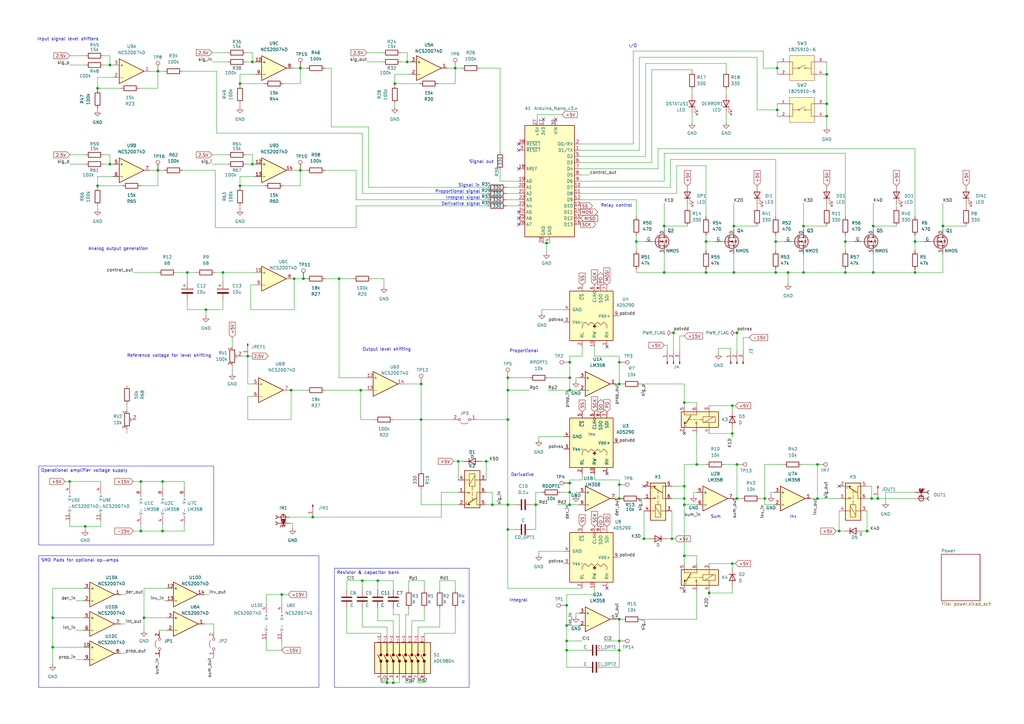
<source format=kicad_sch>
(kicad_sch (version 20230121) (generator eeschema)
  (paper "A3")
  (title_block (title "Analog PID Controller for BCG Main Schematic") (rev "a") (company "Aalto University"))
  (lib_symbols
    (symbol "1825910-6:1825910-6" (pin_names (offset 1.016))
      (property "Reference" "SW" (at -5.0897 5.8532 0))
      (property "Value" "1825910-6" (at -5.0883 -7.6325 0))
      (symbol "1825910-6_0_0"
        (pin passive line (at -10.16 2.54 0) (length 5.08) (name "~") (number "1"))
        (pin passive line (at -10.16 -2.54 0) (length 5.08) (name "~") (number "2"))
        (pin passive line (at 10.16 2.54 180) (length 5.08) (name "~") (number "3"))
        (pin passive line (at 10.16 -2.54 180) (length 5.08) (name "~") (number "4"))
      )
    )
    (symbol "ADE0804:ADE0804" (pin_names (offset 1.016))
      (property "Reference" "S" (at -4.83 14.2359 0))
      (property "Value" "ADE0804" (at -5.0804 -12.7011 0))
      (symbol "ADE0804_0_0"
        (pin passive line (at -7.62 10.16 0) (length 2.54) (name "~") (number "1"))
        (pin passive line (at 10.16 10.16 180) (length 2.54) (name "~") (number "1-1"))
        (pin passive line (at -7.62 7.62 0) (length 2.54) (name "~") (number "2"))
        (pin passive line (at 10.16 7.62 180) (length 2.54) (name "~") (number "2-1"))
        (pin passive line (at -7.62 5.08 0) (length 2.54) (name "~") (number "3"))
        (pin passive line (at 10.16 5.08 180) (length 2.54) (name "~") (number "3-1"))
        (pin passive line (at -7.62 2.54 0) (length 2.54) (name "~") (number "4"))
        (pin passive line (at 10.16 2.54 180) (length 2.54) (name "~") (number "4-1"))
        (pin passive line (at -7.62 0 0) (length 2.54) (name "~") (number "5"))
        (pin passive line (at 10.16 0 180) (length 2.54) (name "~") (number "5-1"))
        (pin passive line (at -7.62 -2.54 0) (length 2.54) (name "~") (number "6"))
        (pin passive line (at 10.16 -2.54 180) (length 2.54) (name "~") (number "6-1"))
        (pin passive line (at -7.62 -5.08 0) (length 2.54) (name "~") (number "7"))
        (pin passive line (at 10.16 -5.08 180) (length 2.54) (name "~") (number "7-1"))
        (pin passive line (at -7.62 -7.62 0) (length 2.54) (name "~") (number "8"))
        (pin passive line (at 10.16 -7.62 180) (length 2.54) (name "~") (number "8-1"))
      )
    )
    (symbol "Amplifier_Operational:LM358" (pin_names (offset 0.127))
      (property "Reference" "U" (at 0 5.08 0))
      (property "Value" "LM358" (at 0 -5.08 0))
      (symbol "LM358_1_1"
        (pin output line (at 7.62 0 180) (length 2.54) (name "~") (number "1"))
        (pin input line (at -7.62 -2.54 0) (length 2.54) (name "-") (number "2"))
        (pin input line (at -7.62 2.54 0) (length 2.54) (name "+") (number "3"))
      )
      (symbol "LM358_2_1"
        (pin input line (at -7.62 2.54 0) (length 2.54) (name "+") (number "5"))
        (pin input line (at -7.62 -2.54 0) (length 2.54) (name "-") (number "6"))
        (pin output line (at 7.62 0 180) (length 2.54) (name "~") (number "7"))
      )
      (symbol "LM358_3_1"
        (pin power_in line (at -2.54 -7.62 90) (length 3.81) (name "V-") (number "4"))
        (pin power_in line (at -2.54 7.62 270) (length 3.81) (name "V+") (number "8"))
      )
    )
    (symbol "Amplifier_Operational:NCS20074D" (pin_names (offset 0.127))
      (property "Reference" "U" (at 2.54 6.35 0))
      (property "Value" "NCS20074D" (at 2.54 3.81 0))
      (symbol "NCS20074D_1_1"
        (pin output line (at 7.62 0 180) (length 2.54) (name "~") (number "1"))
        (pin input line (at -7.62 -2.54 0) (length 2.54) (name "-") (number "2"))
        (pin input line (at -7.62 2.54 0) (length 2.54) (name "+") (number "3"))
      )
      (symbol "NCS20074D_2_1"
        (pin input line (at -7.62 2.54 0) (length 2.54) (name "+") (number "5"))
        (pin input line (at -7.62 -2.54 0) (length 2.54) (name "-") (number "6"))
        (pin output line (at 7.62 0 180) (length 2.54) (name "~") (number "7"))
      )
      (symbol "NCS20074D_3_1"
        (pin input line (at -7.62 2.54 0) (length 2.54) (name "+") (number "10"))
        (pin output line (at 7.62 0 180) (length 2.54) (name "~") (number "8"))
        (pin input line (at -7.62 -2.54 0) (length 2.54) (name "-") (number "9"))
      )
      (symbol "NCS20074D_4_1"
        (pin input line (at -7.62 2.54 0) (length 2.54) (name "+") (number "12"))
        (pin input line (at -7.62 -2.54 0) (length 2.54) (name "-") (number "13"))
        (pin output line (at 7.62 0 180) (length 2.54) (name "~") (number "14"))
      )
      (symbol "NCS20074D_5_1"
        (pin power_in line (at 0 -7.62 90) (length 3.81) (name "V-") (number "11"))
        (pin power_in line (at 0 7.62 270) (length 3.81) (name "V+") (number "4"))
      )
    )
    (symbol "CONSMA002:CONSMA002" (pin_names (offset 1.016))
      (property "Reference" "J" (at -3.81 1.524 0))
      (property "Value" "CONSMA002" (at -4.064 -6.858 0))
      (symbol "CONSMA002_0_0"
        (pin passive line (at 2.54 0 180) (length 5.08) (name "~") (number "1"))
        (pin passive line (at 2.54 -2.54 180) (length 5.08) (name "~") (number "S1"))
        (pin passive line (at 2.54 -2.54 180) (length 5.08) (name "~") (number "S2"))
        (pin passive line (at 2.54 -2.54 180) (length 5.08) (name "~") (number "S3"))
        (pin passive line (at 2.54 -2.54 180) (length 5.08) (name "~") (number "S4"))
      )
    )
    (symbol "Connector:Conn_01x01_Pin" (pin_names (offset 1.016) hide)
      (property "Reference" "J" (at 0 2.54 0))
      (property "Value" "Conn_01x01_Pin" (at 0 -2.54 0))
      (symbol "Conn_01x01_Pin_1_1"
        (pin passive line (at 5.08 0 180) (length 3.81) (name "Pin_1") (number "1"))
      )
    )
    (symbol "Connector:Conn_01x03_Pin" (pin_names (offset 1.016) hide)
      (property "Reference" "J" (at 0 5.08 0))
      (property "Value" "Conn_01x03_Pin" (at 0 -5.08 0))
      (symbol "Conn_01x03_Pin_1_1"
        (pin passive line (at 5.08 2.54 180) (length 3.81) (name "Pin_1") (number "1"))
        (pin passive line (at 5.08 0 180) (length 3.81) (name "Pin_2") (number "2"))
        (pin passive line (at 5.08 -2.54 180) (length 3.81) (name "Pin_3") (number "3"))
      )
    )
    (symbol "Connector:TestPoint" (pin_numbers hide) (pin_names (offset 0.762) hide)
      (property "Reference" "TP" (at 0 6.858 0))
      (property "Value" "TestPoint" (at 0 5.08 0))
      (symbol "TestPoint_1_1"
        (pin passive line (at 0 0 90) (length 2.54) (name "1") (number "1"))
      )
    )
    (symbol "Device:C" (pin_numbers hide) (pin_names (offset 0.254))
      (property "Reference" "C" (at 0.635 2.54 0))
      (property "Value" "C" (at 0.635 -2.54 0))
      (symbol "C_1_1"
        (pin passive line (at 0 3.81 270) (length 2.794) (name "~") (number "1"))
        (pin passive line (at 0 -3.81 90) (length 2.794) (name "~") (number "2"))
      )
    )
    (symbol "Device:C_Polarized" (pin_numbers hide) (pin_names (offset 0.254))
      (property "Reference" "C" (at 0.635 2.54 0))
      (property "Value" "C_Polarized" (at 0.635 -2.54 0))
      (symbol "C_Polarized_1_1"
        (pin passive line (at 0 3.81 270) (length 2.794) (name "~") (number "1"))
        (pin passive line (at 0 -3.81 90) (length 2.794) (name "~") (number "2"))
      )
    )
    (symbol "Device:D" (pin_numbers hide) (pin_names (offset 1.016) hide)
      (property "Reference" "D" (at 0 2.54 0))
      (property "Value" "D" (at 0 -2.54 0))
      (symbol "D_1_1"
        (pin passive line (at -3.81 0 0) (length 2.54) (name "K") (number "1"))
        (pin passive line (at 3.81 0 180) (length 2.54) (name "A") (number "2"))
      )
    )
    (symbol "Device:LED" (pin_numbers hide) (pin_names (offset 1.016) hide)
      (property "Reference" "D" (at 0 2.54 0))
      (property "Value" "LED" (at 0 -2.54 0))
      (symbol "LED_1_1"
        (pin passive line (at -3.81 0 0) (length 2.54) (name "K") (number "1"))
        (pin passive line (at 3.81 0 180) (length 2.54) (name "A") (number "2"))
      )
    )
    (symbol "Device:R" (pin_numbers hide) (pin_names (offset 0))
      (property "Reference" "R" (at 2.032 0 90))
      (property "Value" "R" (at 0 0 90))
      (symbol "R_1_1"
        (pin passive line (at 0 3.81 270) (length 1.27) (name "~") (number "1"))
        (pin passive line (at 0 -3.81 90) (length 1.27) (name "~") (number "2"))
      )
    )
    (symbol "Device:R_Potentiometer_Trim" (pin_names (offset 1.016) hide)
      (property "Reference" "RV" (at -4.445 0 90))
      (property "Value" "R_Potentiometer_Trim" (at -2.54 0 90))
      (symbol "R_Potentiometer_Trim_1_1"
        (pin passive line (at 0 3.81 270) (length 1.27) (name "1") (number "1"))
        (pin passive line (at 3.81 0 180) (length 1.27) (name "2") (number "2"))
        (pin passive line (at 0 -3.81 90) (length 1.27) (name "3") (number "3"))
      )
    )
    (symbol "Jumper:Jumper_2_Open" (pin_names (offset 0) hide)
      (property "Reference" "JP" (at 0 2.794 0))
      (property "Value" "Jumper_2_Open" (at 0 -2.286 0))
      (symbol "Jumper_2_Open_1_1"
        (pin passive line (at -5.08 0 0) (length 2.54) (name "A") (number "1"))
        (pin passive line (at 5.08 0 180) (length 2.54) (name "B") (number "2"))
      )
    )
    (symbol "MCU_Module:Arduino_Nano_v3.x"
      (property "Reference" "A1" (at 8.89 29.845 0))
      (property "Value" "Arduino_Nano_v3.x" (at -2.54 29.845 0))
      (symbol "Arduino_Nano_v3.x_1_1"
        (pin bidirectional line (at -12.7 12.7 0) (length 2.54) (name "D1/TX") (number "1"))
        (pin bidirectional line (at -12.7 -2.54 0) (length 2.54) (name "D7") (number "10"))
        (pin bidirectional line (at -12.7 -5.08 0) (length 2.54) (name "D8") (number "11"))
        (pin bidirectional line (at -12.7 -7.62 0) (length 2.54) (name "D9") (number "12"))
        (pin bidirectional line (at -12.7 -10.16 0) (length 2.54) (name "D10") (number "13"))
        (pin bidirectional line (at -12.7 -12.7 0) (length 2.54) (name "D11") (number "14"))
        (pin bidirectional line (at -12.7 -15.24 0) (length 2.54) (name "D12") (number "15"))
        (pin bidirectional line (at -12.7 -17.78 0) (length 2.54) (name "D13") (number "16"))
        (pin power_out line (at 2.54 25.4 270) (length 2.54) (name "3V3") (number "17"))
        (pin input line (at 12.7 5.08 180) (length 2.54) (name "AREF") (number "18"))
        (pin bidirectional line (at 12.7 0 180) (length 2.54) (name "A0") (number "19"))
        (pin bidirectional line (at -12.7 15.24 0) (length 2.54) (name "D0/RX") (number "2"))
        (pin bidirectional line (at 12.7 -2.54 180) (length 2.54) (name "A1") (number "20"))
        (pin bidirectional line (at 12.7 -5.08 180) (length 2.54) (name "A2") (number "21"))
        (pin bidirectional line (at 12.7 -7.62 180) (length 2.54) (name "A3") (number "22"))
        (pin bidirectional line (at 12.7 -10.16 180) (length 2.54) (name "A4") (number "23"))
        (pin bidirectional line (at 12.7 -12.7 180) (length 2.54) (name "A5") (number "24"))
        (pin bidirectional line (at 12.7 -15.24 180) (length 2.54) (name "A6") (number "25"))
        (pin bidirectional line (at 12.7 -17.78 180) (length 2.54) (name "A7") (number "26"))
        (pin bidirectional line (at 5.08 25.4 270) (length 2.54) (name "+5V") (number "27"))
        (pin input line (at 12.7 15.24 180) (length 2.54) (name "~{RESET}") (number "28"))
        (pin power_in line (at 2.54 -25.4 90) (length 2.54) (name "GND") (number "29"))
        (pin input line (at 12.7 12.7 180) (length 2.54) (name "~{RESET}") (number "3"))
        (pin power_in line (at -2.54 25.4 270) (length 2.54) (name "VIN") (number "30"))
        (pin power_in line (at 0 -25.4 90) (length 2.54) (name "GND") (number "4"))
        (pin bidirectional line (at -12.7 10.16 0) (length 2.54) (name "D2") (number "5"))
        (pin bidirectional line (at -12.7 7.62 0) (length 2.54) (name "D3") (number "6"))
        (pin bidirectional line (at -12.7 5.08 0) (length 2.54) (name "D4") (number "7"))
        (pin bidirectional line (at -12.7 2.54 0) (length 2.54) (name "D5") (number "8"))
        (pin bidirectional line (at -12.7 0 0) (length 2.54) (name "D6") (number "9"))
      )
    )
    (symbol "NCS20074D_1" (pin_names (offset 0.127))
      (property "Reference" "U5" (at 3.81 6.985 0))
      (property "Value" "NCS20074D" (at 3.81 4.445 0))
      (symbol "NCS20074D_1_1_1"
        (pin bidirectional line (at 7.62 0 180) (length 2.54) (name "~") (number "1"))
        (pin input line (at -7.62 -2.54 0) (length 2.54) (name "-") (number "2"))
        (pin input line (at -7.62 2.54 0) (length 2.54) (name "+") (number "3"))
      )
      (symbol "NCS20074D_1_2_1"
        (pin input line (at -7.62 2.54 0) (length 2.54) (name "+") (number "5"))
        (pin input line (at -7.62 -2.54 0) (length 2.54) (name "-") (number "6"))
        (pin bidirectional line (at 7.62 0 180) (length 2.54) (name "~") (number "7"))
      )
      (symbol "NCS20074D_1_3_1"
        (pin input line (at -7.62 2.54 0) (length 2.54) (name "+") (number "10"))
        (pin bidirectional line (at 7.62 0 180) (length 2.54) (name "~") (number "8"))
        (pin input line (at -7.62 -2.54 0) (length 2.54) (name "-") (number "9"))
      )
      (symbol "NCS20074D_1_4_1"
        (pin input line (at -7.62 2.54 0) (length 2.54) (name "+") (number "12"))
        (pin input line (at -7.62 -2.54 0) (length 2.54) (name "-") (number "13"))
        (pin bidirectional line (at 7.62 0 180) (length 2.54) (name "~") (number "14"))
      )
      (symbol "NCS20074D_1_5_1"
        (pin power_in line (at 0 -7.62 90) (length 3.81) (name "V-") (number "11"))
        (pin power_in line (at 0 7.62 270) (length 3.81) (name "V+") (number "4"))
      )
    )
    (symbol "NCS20074D_10" (pin_names (offset 0.127))
      (property "Reference" "U6" (at 3.81 6.985 0))
      (property "Value" "NCS20074D" (at 3.81 4.445 0))
      (symbol "NCS20074D_10_1_1"
        (pin bidirectional line (at 7.62 0 180) (length 2.54) (name "~") (number "1"))
        (pin input line (at -7.62 -2.54 0) (length 2.54) (name "-") (number "2"))
        (pin input line (at -7.62 2.54 0) (length 2.54) (name "+") (number "3"))
      )
      (symbol "NCS20074D_10_2_1"
        (pin input line (at -7.62 2.54 0) (length 2.54) (name "+") (number "5"))
        (pin input line (at -7.62 -2.54 0) (length 2.54) (name "-") (number "6"))
        (pin output line (at 7.62 0 180) (length 2.54) (name "~") (number "7"))
      )
      (symbol "NCS20074D_10_3_1"
        (pin input line (at -7.62 2.54 0) (length 2.54) (name "+") (number "10"))
        (pin output line (at 7.62 0 180) (length 2.54) (name "~") (number "8"))
        (pin input line (at -7.62 -2.54 0) (length 2.54) (name "-") (number "9"))
      )
      (symbol "NCS20074D_10_4_1"
        (pin input line (at -7.62 2.54 0) (length 2.54) (name "+") (number "12"))
        (pin input line (at -7.62 -2.54 0) (length 2.54) (name "-") (number "13"))
        (pin output line (at 7.62 0 180) (length 2.54) (name "~") (number "14"))
      )
      (symbol "NCS20074D_10_5_1"
        (pin power_in line (at 0 -7.62 90) (length 3.81) (name "V-") (number "11"))
        (pin power_in line (at 0 7.62 270) (length 3.81) (name "V+") (number "4"))
      )
    )
    (symbol "NCS20074D_2" (pin_names (offset 0.127))
      (property "Reference" "U5" (at 3.81 6.985 0))
      (property "Value" "NCS20074D" (at 3.81 4.445 0))
      (symbol "NCS20074D_2_1_1"
        (pin bidirectional line (at 7.62 0 180) (length 2.54) (name "~") (number "1"))
        (pin input line (at -7.62 -2.54 0) (length 2.54) (name "-") (number "2"))
        (pin input line (at -7.62 2.54 0) (length 2.54) (name "+") (number "3"))
      )
      (symbol "NCS20074D_2_2_1"
        (pin input line (at -7.62 2.54 0) (length 2.54) (name "+") (number "5"))
        (pin input line (at -7.62 -2.54 0) (length 2.54) (name "-") (number "6"))
        (pin bidirectional line (at 7.62 0 180) (length 2.54) (name "~") (number "7"))
      )
      (symbol "NCS20074D_2_3_1"
        (pin input line (at -7.62 2.54 0) (length 2.54) (name "+") (number "10"))
        (pin bidirectional line (at 7.62 0 180) (length 2.54) (name "~") (number "8"))
        (pin input line (at -7.62 -2.54 0) (length 2.54) (name "-") (number "9"))
      )
      (symbol "NCS20074D_2_4_1"
        (pin input line (at -7.62 2.54 0) (length 2.54) (name "+") (number "12"))
        (pin input line (at -7.62 -2.54 0) (length 2.54) (name "-") (number "13"))
        (pin bidirectional line (at 7.62 0 180) (length 2.54) (name "~") (number "14"))
      )
      (symbol "NCS20074D_2_5_1"
        (pin power_in line (at 0 -7.62 90) (length 3.81) (name "V-") (number "11"))
        (pin power_in line (at 0 7.62 270) (length 3.81) (name "V+") (number "4"))
      )
    )
    (symbol "NCS20074D_3" (pin_names (offset 0.127))
      (property "Reference" "U5" (at 3.81 6.985 0))
      (property "Value" "NCS20074D" (at 3.81 4.445 0))
      (symbol "NCS20074D_3_1_1"
        (pin bidirectional line (at 7.62 0 180) (length 2.54) (name "~") (number "1"))
        (pin input line (at -7.62 -2.54 0) (length 2.54) (name "-") (number "2"))
        (pin input line (at -7.62 2.54 0) (length 2.54) (name "+") (number "3"))
      )
      (symbol "NCS20074D_3_2_1"
        (pin input line (at -7.62 2.54 0) (length 2.54) (name "+") (number "5"))
        (pin input line (at -7.62 -2.54 0) (length 2.54) (name "-") (number "6"))
        (pin bidirectional line (at 7.62 0 180) (length 2.54) (name "~") (number "7"))
      )
      (symbol "NCS20074D_3_3_1"
        (pin input line (at -7.62 2.54 0) (length 2.54) (name "+") (number "10"))
        (pin bidirectional line (at 7.62 0 180) (length 2.54) (name "~") (number "8"))
        (pin input line (at -7.62 -2.54 0) (length 2.54) (name "-") (number "9"))
      )
      (symbol "NCS20074D_3_4_1"
        (pin input line (at -7.62 2.54 0) (length 2.54) (name "+") (number "12"))
        (pin input line (at -7.62 -2.54 0) (length 2.54) (name "-") (number "13"))
        (pin bidirectional line (at 7.62 0 180) (length 2.54) (name "~") (number "14"))
      )
      (symbol "NCS20074D_3_5_1"
        (pin power_in line (at 0 -7.62 90) (length 3.81) (name "V-") (number "11"))
        (pin power_in line (at 0 7.62 270) (length 3.81) (name "V+") (number "4"))
      )
    )
    (symbol "NCS20074D_4" (pin_names (offset 0.127))
      (property "Reference" "U5" (at 3.81 6.985 0))
      (property "Value" "NCS20074D" (at 3.81 4.445 0))
      (symbol "NCS20074D_4_1_1"
        (pin bidirectional line (at 7.62 0 180) (length 2.54) (name "~") (number "1"))
        (pin input line (at -7.62 -2.54 0) (length 2.54) (name "-") (number "2"))
        (pin input line (at -7.62 2.54 0) (length 2.54) (name "+") (number "3"))
      )
      (symbol "NCS20074D_4_2_1"
        (pin input line (at -7.62 2.54 0) (length 2.54) (name "+") (number "5"))
        (pin input line (at -7.62 -2.54 0) (length 2.54) (name "-") (number "6"))
        (pin bidirectional line (at 7.62 0 180) (length 2.54) (name "~") (number "7"))
      )
      (symbol "NCS20074D_4_3_1"
        (pin input line (at -7.62 2.54 0) (length 2.54) (name "+") (number "10"))
        (pin bidirectional line (at 7.62 0 180) (length 2.54) (name "~") (number "8"))
        (pin input line (at -7.62 -2.54 0) (length 2.54) (name "-") (number "9"))
      )
      (symbol "NCS20074D_4_4_1"
        (pin input line (at -7.62 2.54 0) (length 2.54) (name "+") (number "12"))
        (pin input line (at -7.62 -2.54 0) (length 2.54) (name "-") (number "13"))
        (pin bidirectional line (at 7.62 0 180) (length 2.54) (name "~") (number "14"))
      )
      (symbol "NCS20074D_4_5_1"
        (pin power_in line (at 0 -7.62 90) (length 3.81) (name "V-") (number "11"))
        (pin power_in line (at 0 7.62 270) (length 3.81) (name "V+") (number "4"))
      )
    )
    (symbol "NCS20074D_5" (pin_names (offset 0.127))
      (property "Reference" "U5" (at 3.81 6.985 0))
      (property "Value" "NCS20074D" (at 3.81 4.445 0))
      (symbol "NCS20074D_5_1_1"
        (pin bidirectional line (at 7.62 0 180) (length 2.54) (name "~") (number "1"))
        (pin input line (at -7.62 -2.54 0) (length 2.54) (name "-") (number "2"))
        (pin input line (at -7.62 2.54 0) (length 2.54) (name "+") (number "3"))
      )
      (symbol "NCS20074D_5_2_1"
        (pin input line (at -7.62 2.54 0) (length 2.54) (name "+") (number "5"))
        (pin input line (at -7.62 -2.54 0) (length 2.54) (name "-") (number "6"))
        (pin bidirectional line (at 7.62 0 180) (length 2.54) (name "~") (number "7"))
      )
      (symbol "NCS20074D_5_3_1"
        (pin input line (at -7.62 2.54 0) (length 2.54) (name "+") (number "10"))
        (pin bidirectional line (at 7.62 0 180) (length 2.54) (name "~") (number "8"))
        (pin input line (at -7.62 -2.54 0) (length 2.54) (name "-") (number "9"))
      )
      (symbol "NCS20074D_5_4_1"
        (pin input line (at -7.62 2.54 0) (length 2.54) (name "+") (number "12"))
        (pin input line (at -7.62 -2.54 0) (length 2.54) (name "-") (number "13"))
        (pin bidirectional line (at 7.62 0 180) (length 2.54) (name "~") (number "14"))
      )
      (symbol "NCS20074D_5_5_1"
        (pin power_in line (at 0 -7.62 90) (length 3.81) (name "V-") (number "11"))
        (pin power_in line (at 0 7.62 270) (length 3.81) (name "V+") (number "4"))
      )
    )
    (symbol "NCS20074D_6" (pin_names (offset 0.127))
      (property "Reference" "U6" (at 3.81 6.985 0))
      (property "Value" "NCS20074D" (at 3.81 4.445 0))
      (symbol "NCS20074D_6_1_1"
        (pin bidirectional line (at 7.62 0 180) (length 2.54) (name "~") (number "1"))
        (pin input line (at -7.62 -2.54 0) (length 2.54) (name "-") (number "2"))
        (pin input line (at -7.62 2.54 0) (length 2.54) (name "+") (number "3"))
      )
      (symbol "NCS20074D_6_2_1"
        (pin input line (at -7.62 2.54 0) (length 2.54) (name "+") (number "5"))
        (pin input line (at -7.62 -2.54 0) (length 2.54) (name "-") (number "6"))
        (pin output line (at 7.62 0 180) (length 2.54) (name "~") (number "7"))
      )
      (symbol "NCS20074D_6_3_1"
        (pin input line (at -7.62 2.54 0) (length 2.54) (name "+") (number "10"))
        (pin output line (at 7.62 0 180) (length 2.54) (name "~") (number "8"))
        (pin input line (at -7.62 -2.54 0) (length 2.54) (name "-") (number "9"))
      )
      (symbol "NCS20074D_6_4_1"
        (pin input line (at -7.62 2.54 0) (length 2.54) (name "+") (number "12"))
        (pin input line (at -7.62 -2.54 0) (length 2.54) (name "-") (number "13"))
        (pin output line (at 7.62 0 180) (length 2.54) (name "~") (number "14"))
      )
      (symbol "NCS20074D_6_5_1"
        (pin power_in line (at 0 -7.62 90) (length 3.81) (name "V-") (number "11"))
        (pin power_in line (at 0 7.62 270) (length 3.81) (name "V+") (number "4"))
      )
    )
    (symbol "NCS20074D_7" (pin_names (offset 0.127))
      (property "Reference" "U6" (at 3.81 6.985 0))
      (property "Value" "NCS20074D" (at 3.81 4.445 0))
      (symbol "NCS20074D_7_1_1"
        (pin bidirectional line (at 7.62 0 180) (length 2.54) (name "~") (number "1"))
        (pin input line (at -7.62 -2.54 0) (length 2.54) (name "-") (number "2"))
        (pin input line (at -7.62 2.54 0) (length 2.54) (name "+") (number "3"))
      )
      (symbol "NCS20074D_7_2_1"
        (pin input line (at -7.62 2.54 0) (length 2.54) (name "+") (number "5"))
        (pin input line (at -7.62 -2.54 0) (length 2.54) (name "-") (number "6"))
        (pin output line (at 7.62 0 180) (length 2.54) (name "~") (number "7"))
      )
      (symbol "NCS20074D_7_3_1"
        (pin input line (at -7.62 2.54 0) (length 2.54) (name "+") (number "10"))
        (pin output line (at 7.62 0 180) (length 2.54) (name "~") (number "8"))
        (pin input line (at -7.62 -2.54 0) (length 2.54) (name "-") (number "9"))
      )
      (symbol "NCS20074D_7_4_1"
        (pin input line (at -7.62 2.54 0) (length 2.54) (name "+") (number "12"))
        (pin input line (at -7.62 -2.54 0) (length 2.54) (name "-") (number "13"))
        (pin output line (at 7.62 0 180) (length 2.54) (name "~") (number "14"))
      )
      (symbol "NCS20074D_7_5_1"
        (pin power_in line (at 0 -7.62 90) (length 3.81) (name "V-") (number "11"))
        (pin power_in line (at 0 7.62 270) (length 3.81) (name "V+") (number "4"))
      )
    )
    (symbol "NCS20074D_8" (pin_names (offset 0.127))
      (property "Reference" "U6" (at 3.81 6.985 0))
      (property "Value" "NCS20074D" (at 3.81 4.445 0))
      (symbol "NCS20074D_8_1_1"
        (pin bidirectional line (at 7.62 0 180) (length 2.54) (name "~") (number "1"))
        (pin input line (at -7.62 -2.54 0) (length 2.54) (name "-") (number "2"))
        (pin input line (at -7.62 2.54 0) (length 2.54) (name "+") (number "3"))
      )
      (symbol "NCS20074D_8_2_1"
        (pin input line (at -7.62 2.54 0) (length 2.54) (name "+") (number "5"))
        (pin input line (at -7.62 -2.54 0) (length 2.54) (name "-") (number "6"))
        (pin output line (at 7.62 0 180) (length 2.54) (name "~") (number "7"))
      )
      (symbol "NCS20074D_8_3_1"
        (pin input line (at -7.62 2.54 0) (length 2.54) (name "+") (number "10"))
        (pin output line (at 7.62 0 180) (length 2.54) (name "~") (number "8"))
        (pin input line (at -7.62 -2.54 0) (length 2.54) (name "-") (number "9"))
      )
      (symbol "NCS20074D_8_4_1"
        (pin input line (at -7.62 2.54 0) (length 2.54) (name "+") (number "12"))
        (pin input line (at -7.62 -2.54 0) (length 2.54) (name "-") (number "13"))
        (pin output line (at 7.62 0 180) (length 2.54) (name "~") (number "14"))
      )
      (symbol "NCS20074D_8_5_1"
        (pin power_in line (at 0 -7.62 90) (length 3.81) (name "V-") (number "11"))
        (pin power_in line (at 0 7.62 270) (length 3.81) (name "V+") (number "4"))
      )
    )
    (symbol "NCS20074D_9" (pin_names (offset 0.127))
      (property "Reference" "U6" (at 3.81 6.985 0))
      (property "Value" "NCS20074D" (at 3.81 4.445 0))
      (symbol "NCS20074D_9_1_1"
        (pin bidirectional line (at 7.62 0 180) (length 2.54) (name "~") (number "1"))
        (pin input line (at -7.62 -2.54 0) (length 2.54) (name "-") (number "2"))
        (pin input line (at -7.62 2.54 0) (length 2.54) (name "+") (number "3"))
      )
      (symbol "NCS20074D_9_2_1"
        (pin input line (at -7.62 2.54 0) (length 2.54) (name "+") (number "5"))
        (pin input line (at -7.62 -2.54 0) (length 2.54) (name "-") (number "6"))
        (pin output line (at 7.62 0 180) (length 2.54) (name "~") (number "7"))
      )
      (symbol "NCS20074D_9_3_1"
        (pin input line (at -7.62 2.54 0) (length 2.54) (name "+") (number "10"))
        (pin output line (at 7.62 0 180) (length 2.54) (name "~") (number "8"))
        (pin input line (at -7.62 -2.54 0) (length 2.54) (name "-") (number "9"))
      )
      (symbol "NCS20074D_9_4_1"
        (pin input line (at -7.62 2.54 0) (length 2.54) (name "+") (number "12"))
        (pin input line (at -7.62 -2.54 0) (length 2.54) (name "-") (number "13"))
        (pin output line (at 7.62 0 180) (length 2.54) (name "~") (number "14"))
      )
      (symbol "NCS20074D_9_5_1"
        (pin power_in line (at 0 -7.62 90) (length 3.81) (name "V-") (number "11"))
        (pin power_in line (at 0 7.62 270) (length 3.81) (name "V+") (number "4"))
      )
    )
    (symbol "Potentiometer_Digital:AD5290" (pin_names (offset 1.016))
      (property "Reference" "U" (at -9.906 8.89 0))
      (property "Value" "AD5290" (at 2.794 9.144 0))
      (symbol "AD5290_1_1"
        (pin passive line (at 12.7 5.08 180) (length 2.54) (name "RH") (number "1"))
        (pin passive line (at 12.7 0 180) (length 2.54) (name "RW") (number "10"))
        (pin passive line (at 12.7 -5.08 180) (length 2.54) (name "RL") (number "2"))
        (pin power_in line (at 2.54 -12.7 90) (length 2.54) (name "Vss-") (number "3"))
        (pin power_in line (at -2.54 -12.7 90) (length 2.54) (name "GND") (number "4"))
        (pin input line (at -12.7 -5.08 0) (length 2.54) (name "~{CS}") (number "5"))
        (pin input clock (at -12.7 0 0) (length 2.54) (name "CLK") (number "6"))
        (pin input line (at -12.7 5.08 0) (length 2.54) (name "SDI") (number "7"))
        (pin output line (at -12.7 2.54 0) (length 2.54) (name "SDO") (number "8"))
        (pin power_in line (at 0 10.16 270) (length 2.54) (name "Vdd+") (number "9"))
      )
    )
    (symbol "Simulation_SPICE:NMOS" (pin_numbers hide) (pin_names (offset 0))
      (property "Reference" "Q" (at 5.08 1.27 0))
      (property "Value" "NMOS" (at 5.08 -1.27 0))
      (symbol "NMOS_1_1"
        (pin passive line (at 2.54 5.08 270) (length 2.54) (name "D") (number "1"))
        (pin input line (at -5.08 0 0) (length 2.54) (name "G") (number "2"))
        (pin passive line (at 2.54 -5.08 90) (length 2.54) (name "S") (number "3"))
      )
    )
    (symbol "omat:SRS-3V"
      (property "Reference" "K" (at 1.27 -1.27 0))
      (symbol "SRS-3V_1_1"
        (pin bidirectional line (at 8.89 -3.81 270) (length 2.54) (name "") (number "1"))
        (pin bidirectional line (at 13.97 -3.81 270) (length 2.54) (name "") (number "2"))
        (pin bidirectional line (at 3.81 -15.24 90) (length 2.54) (name "") (number "3"))
        (pin bidirectional line (at 3.81 -3.81 270) (length 2.54) (name "") (number "4"))
        (pin bidirectional line (at 13.97 -15.24 90) (length 2.54) (name "") (number "5"))
        (pin bidirectional line (at 8.89 -15.24 90) (length 2.54) (name "") (number "6"))
      )
    )
    (symbol "power:GND" (power) (pin_names (offset 0))
      (property "Value" "GND" (at 0 -3.81 0))
      (symbol "GND_1_1"
        (pin power_in line (at 0 0 270) (length 0) hide (name "GND") (number "1"))
      )
    )
    (symbol "power:PWR_FLAG" (power) (pin_numbers hide) (pin_names (offset 0) hide)
      (property "Value" "PWR_FLAG" (at 0 3.81 0))
      (symbol "PWR_FLAG_0_0"
        (pin power_out line (at 0 0 90) (length 0) (name "pwr") (number "1"))
      )
    )
  )
  (junction (at 21.59 253.365))
  (junction (at 21.59 265.43))
  (junction (at 313.69 204.47))
  (junction (at 375.285 111.76))
  (junction (at 233.68 198.12))
  (junction (at 318.135 99.06))
  (junction (at 375.285 99.06))
  (junction (at 148.59 238.125))
  (junction (at 57.785 217.805))
  (junction (at 28.575 197.485))
  (junction (at 208.28 207.01))
  (junction (at 254 266.7))
  (junction (at 329.565 111.76))
  (junction (at 59.055 253.365))
  (junction (at 335.28 204.47))
  (junction (at 260.985 99.06))
  (junction (at 147.955 160.02))
  (junction (at 119.38 160.02))
  (junction (at 208.28 154.94))
  (junction (at 34.925 215.9))
  (junction (at 199.39 189.23))
  (junction (at 120.65 114.3))
  (junction (at 98.425 34.29))
  (junction (at 346.71 111.76))
  (junction (at 84.455 127))
  (junction (at 302.26 136.525))
  (junction (at 66.675 197.485))
  (junction (at 254 157.48))
  (junction (at 224.155 99.695))
  (junction (at 358.14 92.71))
  (junction (at 344.17 217.805))
  (junction (at 280.67 227.965))
  (junction (at 302.26 190.5))
  (junction (at 172.72 172.085))
  (junction (at 346.71 99.06))
  (junction (at 355.6 217.805))
  (junction (at 300.355 177.8))
  (junction (at 172.72 157.48))
  (junction (at 339.09 42.545))
  (junction (at 233.68 154.94))
  (junction (at 254 204.47))
  (junction (at 45.085 67.31))
  (junction (at 318.77 45.085))
  (junction (at 360.045 204.47))
  (junction (at 158.75 280.035))
  (junction (at 329.565 92.71))
  (junction (at 76.835 111.76))
  (junction (at 339.09 47.625))
  (junction (at 139.065 114.3))
  (junction (at 264.16 220.98))
  (junction (at 167.005 25.4))
  (junction (at 254 148.59))
  (junction (at 201.93 207.01))
  (junction (at 302.26 204.47))
  (junction (at 154.94 238.125))
  (junction (at 40.005 36.195))
  (junction (at 272.415 92.71))
  (junction (at 208.28 160.02))
  (junction (at 233.68 148.59))
  (junction (at 103.505 25.4))
  (junction (at 300.99 111.76))
  (junction (at 57.785 197.485))
  (junction (at 276.225 136.525))
  (junction (at 318.135 111.76))
  (junction (at 285.75 190.5))
  (junction (at 219.71 207.01))
  (junction (at 323.215 111.76))
  (junction (at 45.085 26.67))
  (junction (at 123.19 27.94))
  (junction (at 40.005 76.2))
  (junction (at 103.505 67.31))
  (junction (at 208.28 172.085))
  (junction (at 124.46 114.3))
  (junction (at 318.77 27.94))
  (junction (at 64.77 69.85))
  (junction (at 254 198.755))
  (junction (at 254 262.89))
  (junction (at 232.41 248.285))
  (junction (at 335.28 190.5))
  (junction (at 280.67 165.1))
  (junction (at 275.59 220.98))
  (junction (at 289.56 99.06))
  (junction (at 232.41 262.89))
  (junction (at 339.09 30.48))
  (junction (at 186.69 27.94))
  (junction (at 232.41 256.54))
  (junction (at 208.28 217.17))
  (junction (at 128.27 212.09))
  (junction (at 66.675 217.805))
  (junction (at 357.505 204.47))
  (junction (at 233.68 207.01))
  (junction (at 254 254))
  (junction (at 358.14 111.76))
  (junction (at 289.56 111.76))
  (junction (at 233.68 160.02))
  (junction (at 161.29 280.035))
  (junction (at 280.67 199.39))
  (junction (at 64.77 29.21))
  (junction (at 300.355 231.14))
  (junction (at 123.19 69.85))
  (junction (at 300.99 92.71))
  (junction (at 98.425 76.2))
  (junction (at 300.355 166.37))
  (junction (at 115.57 243.84))
  (junction (at 232.41 266.7))
  (junction (at 101.6 146.05))
  (junction (at 187.96 189.23))
  (junction (at 280.67 207.01))
  (junction (at 386.715 92.71))
  (junction (at 233.68 201.93))
  (junction (at 161.925 34.29))
  (junction (at 272.415 111.76))
  (junction (at 91.44 111.76))
  (junction (at 290.83 243.205))
  (junction (at 280.67 204.47))
  (no_connect (at 227.965 48.895))
  (no_connect (at 344.17 199.39))
  (no_connect (at -20.955 49.53))
  (no_connect (at -20.955 64.77))
  (no_connect (at -20.955 59.69))
  (no_connect (at 212.725 92.075))
  (no_connect (at 212.725 59.055))
  (no_connect (at -20.955 34.29))
  (no_connect (at 280.67 242.57))
  (no_connect (at -5.715 62.23))
  (no_connect (at -5.715 46.99))
  (no_connect (at -20.955 29.21))
  (no_connect (at -20.955 44.45))
  (no_connect (at 212.725 86.995))
  (no_connect (at 248.92 194.31))
  (no_connect (at 222.885 48.895))
  (no_connect (at 248.92 241.3))
  (no_connect (at 212.725 89.535))
  (no_connect (at 264.16 199.39))
  (no_connect (at 280.67 177.8))
  (no_connect (at -5.715 31.75))
  (no_connect (at 248.92 142.24))
  (no_connect (at 212.725 69.215))
  (no_connect (at 212.725 61.595))
  (wire (pts (xy 285.75 190.5) (xy 289.56 190.5)))
  (wire (pts (xy 146.05 69.85) (xy 146.05 81.915)))
  (wire (pts (xy 252.73 254) (xy 254 254)))
  (wire (pts (xy 272.415 74.295) (xy 238.125 74.295)))
  (wire (pts (xy 42.545 26.67) (xy 45.085 26.67)))
  (wire (pts (xy 167.64 238.125) (xy 173.99 238.125)))
  (wire (pts (xy 148.59 79.375) (xy 200.025 79.375)))
  (wire (pts (xy 100.965 67.31) (xy 103.505 67.31)))
  (wire (pts (xy 218.44 207.01) (xy 219.71 207.01)))
  (wire (pts (xy 285.75 242.57) (xy 285.75 254)))
  (wire (pts (xy 142.24 259.715) (xy 156.21 259.715)))
  (wire (pts (xy 199.39 201.93) (xy 201.93 201.93)))
  (wire (pts (xy 167.64 241.935) (xy 167.64 238.125)))
  (wire (pts (xy 224.79 160.02) (xy 233.68 160.02)))
  (wire (pts (xy 280.67 207.01) (xy 280.67 227.965)))
  (wire (pts (xy 300.355 177.8) (xy 300.355 175.895)))
  (wire (pts (xy 152.4 114.3) (xy 157.48 114.3)))
  (wire (pts (xy 262.255 204.47) (xy 264.16 204.47)))
  (wire (pts (xy 318.135 99.06) (xy 318.135 102.87)))
  (wire (pts (xy 302.26 136.525) (xy 302.26 144.145)))
  (wire (pts (xy 238.76 142.24) (xy 238.76 146.05)))
  (wire (pts (xy 222.885 99.695) (xy 224.155 99.695)))
  (wire (pts (xy 57.15 36.195) (xy 64.77 36.195)))
  (wire (pts (xy 289.56 67.945) (xy 289.56 88.9)))
  (wire (pts (xy 76.835 111.76) (xy 76.835 115.57)))
  (wire (pts (xy 166.37 278.765) (xy 166.37 280.035)))
  (wire (pts (xy 109.22 262.89) (xy 109.22 266.7)))
  (wire (pts (xy 40.005 72.39) (xy 46.355 72.39)))
  (wire (pts (xy 260.985 110.49) (xy 260.985 111.76)))
  (wire (pts (xy 57.785 197.485) (xy 66.675 197.485)))
  (wire (pts (xy 386.715 83.185) (xy 386.715 92.71)))
  (wire (pts (xy 280.67 157.48) (xy 280.67 165.1)))
  (wire (pts (xy 183.515 27.94) (xy 186.69 27.94)))
  (wire (pts (xy 168.91 254.635) (xy 173.99 254.635)))
  (wire (pts (xy 158.75 257.175) (xy 148.59 257.175)))
  (wire (pts (xy 74.93 69.85) (xy 88.265 69.85)))
  (wire (pts (xy 339.09 30.48) (xy 339.09 42.545)))
  (wire (pts (xy 289.56 99.06) (xy 289.56 102.87)))
  (wire (pts (xy 83.82 255.905) (xy 87.63 255.905)))
  (wire (pts (xy 313.69 190.5) (xy 313.69 204.47)))
  (wire (pts (xy 358.14 92.71) (xy 358.14 93.98)))
  (wire (pts (xy 186.69 27.94) (xy 189.23 27.94)))
  (wire (pts (xy 28.575 67.31) (xy 34.925 67.31)))
  (wire (pts (xy 229.87 201.93) (xy 233.68 201.93)))
  (wire (pts (xy 116.205 76.2) (xy 123.19 76.2)))
  (wire (pts (xy 300.355 166.37) (xy 290.83 166.37)))
  (wire (pts (xy 119.38 172.085) (xy 119.38 160.02)))
  (wire (pts (xy 300.355 231.14) (xy 290.83 231.14)))
  (wire (pts (xy 375.285 60.96) (xy 375.285 88.9)))
  (wire (pts (xy 88.265 111.76) (xy 91.44 111.76)))
  (wire (pts (xy 64.77 69.85) (xy 64.77 76.2)))
  (wire (pts (xy 344.17 217.805) (xy 344.17 209.55)))
  (wire (pts (xy 45.085 22.86) (xy 45.085 26.67)))
  (wire (pts (xy 163.83 280.035) (xy 161.29 280.035)))
  (wire (pts (xy 21.59 265.43) (xy 34.29 265.43)))
  (wire (pts (xy 64.77 29.21) (xy 67.31 29.21)))
  (wire (pts (xy 102.87 116.84) (xy 104.775 116.84)))
  (wire (pts (xy 148.59 238.125) (xy 148.59 241.935)))
  (wire (pts (xy 318.77 25.4) (xy 318.77 27.94)))
  (wire (pts (xy 86.995 269.875) (xy 87.63 269.875)))
  (wire (pts (xy 180.34 238.125) (xy 186.69 238.125)))
  (wire (pts (xy 115.57 243.84) (xy 109.22 243.84)))
  (wire (pts (xy 208.28 217.17) (xy 208.28 241.3)))
  (wire (pts (xy 264.795 26.035) (xy 264.795 64.135)))
  (wire (pts (xy 254 204.47) (xy 254.635 204.47)))
  (wire (pts (xy 75.565 197.485) (xy 75.565 200.025)))
  (wire (pts (xy 199.39 207.01) (xy 201.93 207.01)))
  (wire (pts (xy 220.98 226.06) (xy 231.14 226.06)))
  (wire (pts (xy 272.415 83.185) (xy 272.415 92.71)))
  (wire (pts (xy 28.575 197.485) (xy 41.275 197.485)))
  (wire (pts (xy 180.34 241.935) (xy 180.34 238.125)))
  (wire (pts (xy 167.005 21.59) (xy 167.005 25.4)))
  (wire (pts (xy 120.015 27.94) (xy 123.19 27.94)))
  (wire (pts (xy 224.155 99.695) (xy 225.425 99.695)))
  (wire (pts (xy 276.225 135.89) (xy 276.225 136.525)))
  (wire (pts (xy 220.98 179.07) (xy 231.14 179.07)))
  (wire (pts (xy 158.75 280.035) (xy 161.29 280.035)))
  (wire (pts (xy 238.125 81.915) (xy 260.985 81.915)))
  (wire (pts (xy 275.59 204.47) (xy 280.67 204.47)))
  (wire (pts (xy 207.645 84.455) (xy 212.725 84.455)))
  (wire (pts (xy 310.515 45.085) (xy 318.77 45.085)))
  (wire (pts (xy 171.45 278.765) (xy 171.45 280.035)))
  (wire (pts (xy 128.27 212.09) (xy 180.975 212.09)))
  (wire (pts (xy 259.715 20.955) (xy 313.055 20.955)))
  (wire (pts (xy 64.77 69.85) (xy 67.31 69.85)))
  (wire (pts (xy 300.99 104.14) (xy 300.99 111.76)))
  (wire (pts (xy 75.565 217.805) (xy 75.565 215.265)))
  (wire (pts (xy 120.015 114.3) (xy 120.65 114.3)))
  (wire (pts (xy 266.065 220.98) (xy 264.16 220.98)))
  (wire (pts (xy 220.345 46.99) (xy 220.345 48.895)))
  (wire (pts (xy 272.415 62.865) (xy 346.71 62.865)))
  (wire (pts (xy 161.29 280.035) (xy 161.29 278.765)))
  (wire (pts (xy 346.71 62.865) (xy 346.71 88.9)))
  (wire (pts (xy 289.56 96.52) (xy 289.56 99.06)))
  (wire (pts (xy 224.155 99.695) (xy 224.155 103.505)))
  (wire (pts (xy 236.22 201.93) (xy 236.22 203.2)))
  (wire (pts (xy 76.835 111.76) (xy 80.645 111.76)))
  (wire (pts (xy 346.71 110.49) (xy 346.71 111.76)))
  (wire (pts (xy 208.28 172.085) (xy 208.28 207.01)))
  (wire (pts (xy 236.22 251.46) (xy 236.22 252.73)))
  (wire (pts (xy 358.14 111.76) (xy 375.285 111.76)))
  (wire (pts (xy 84.455 127) (xy 91.44 127)))
  (wire (pts (xy 98.425 84.455) (xy 98.425 85.725)))
  (wire (pts (xy 252.73 204.47) (xy 254 204.47)))
  (wire (pts (xy 166.37 260.985) (xy 166.37 252.095)))
  (wire (pts (xy 98.425 72.39) (xy 98.425 76.2)))
  (wire (pts (xy 277.495 79.375) (xy 238.125 79.375)))
  (wire (pts (xy 329.565 92.71) (xy 329.565 93.98)))
  (wire (pts (xy 254 146.05) (xy 254 148.59)))
  (wire (pts (xy 220.98 180.34) (xy 220.98 179.07)))
  (wire (pts (xy 300.355 233.045) (xy 300.355 231.14)))
  (wire (pts (xy 167.64 249.555) (xy 167.64 252.095)))
  (wire (pts (xy 154.94 249.555) (xy 154.94 254.635)))
  (wire (pts (xy 148.59 257.175) (xy 148.59 249.555)))
  (wire (pts (xy 88.9 54.61) (xy 148.59 54.61)))
  (wire (pts (xy 135.89 52.07) (xy 135.89 27.94)))
  (wire (pts (xy 300.355 177.8) (xy 300.355 179.705)))
  (wire (pts (xy 186.69 259.715) (xy 173.99 259.715)))
  (wire (pts (xy 158.75 280.035) (xy 156.21 280.035)))
  (wire (pts (xy 45.085 26.67) (xy 46.355 26.67)))
  (wire (pts (xy 329.565 104.14) (xy 329.565 111.76)))
  (wire (pts (xy 123.19 27.94) (xy 123.19 34.29)))
  (wire (pts (xy 201.93 201.93) (xy 201.93 207.01)))
  (wire (pts (xy 100.965 21.59) (xy 103.505 21.59)))
  (wire (pts (xy 272.415 92.71) (xy 281.94 92.71)))
  (wire (pts (xy 329.565 92.71) (xy 339.09 92.71)))
  (wire (pts (xy 41.275 197.485) (xy 41.275 198.755)))
  (wire (pts (xy 103.505 25.4) (xy 104.775 25.4)))
  (wire (pts (xy 335.28 190.5) (xy 335.28 204.47)))
  (wire (pts (xy 254 198.755) (xy 254 204.47)))
  (wire (pts (xy 307.34 138.43) (xy 304.8 138.43)))
  (wire (pts (xy 375.285 99.06) (xy 379.095 99.06)))
  (wire (pts (xy 115.57 262.89) (xy 115.57 266.7)))
  (wire (pts (xy 40.005 84.455) (xy 40.005 85.725)))
  (wire (pts (xy 208.28 207.01) (xy 210.82 207.01)))
  (wire (pts (xy 72.39 111.76) (xy 76.835 111.76)))
  (wire (pts (xy 28.575 26.67) (xy 34.925 26.67)))
  (wire (pts (xy 173.99 254.635) (xy 173.99 249.555)))
  (wire (pts (xy 272.415 111.76) (xy 289.56 111.76)))
  (wire (pts (xy 205.105 62.23) (xy 205.105 27.94)))
  (wire (pts (xy 150.495 21.59) (xy 156.845 21.59)))
  (wire (pts (xy 49.53 255.905) (xy 51.435 255.905)))
  (wire (pts (xy 91.44 123.19) (xy 91.44 127)))
  (wire (pts (xy 123.19 69.85) (xy 125.73 69.85)))
  (wire (pts (xy 233.68 201.93) (xy 233.68 207.01)))
  (wire (pts (xy 285.75 166.37) (xy 285.75 165.1)))
  (wire (pts (xy 83.82 243.84) (xy 85.725 243.84)))
  (wire (pts (xy 273.685 141.605) (xy 273.685 144.145)))
  (wire (pts (xy 86.995 67.31) (xy 93.345 67.31)))
  (wire (pts (xy 57.785 215.265) (xy 57.785 217.805)))
  (wire (pts (xy 102.87 116.84) (xy 102.87 127)))
  (wire (pts (xy 158.75 260.985) (xy 158.75 257.175)))
  (wire (pts (xy 207.645 76.835) (xy 212.725 76.835)))
  (wire (pts (xy 233.68 154.94) (xy 233.68 160.02)))
  (wire (pts (xy 187.96 189.23) (xy 187.96 196.85)))
  (wire (pts (xy 118.745 212.09) (xy 128.27 212.09)))
  (wire (pts (xy 302.26 135.89) (xy 302.26 136.525)))
  (wire (pts (xy 310.515 83.82) (xy 310.515 85.09)))
  (wire (pts (xy 285.75 165.1) (xy 280.67 165.1)))
  (wire (pts (xy 21.59 241.3) (xy 34.29 241.3)))
  (wire (pts (xy 95.25 149.86) (xy 95.25 153.035)))
  (wire (pts (xy 21.59 241.3) (xy 21.59 253.365)))
  (wire (pts (xy 355.6 217.805) (xy 356.87 217.805)))
  (wire (pts (xy 135.89 52.07) (xy 151.13 52.07)))
  (wire (pts (xy 342.9 217.805) (xy 344.17 217.805)))
  (wire (pts (xy 267.335 28.575) (xy 283.845 28.575)))
  (wire (pts (xy 28.575 197.485) (xy 28.575 198.755)))
  (wire (pts (xy 241.935 71.755) (xy 238.125 71.755)))
  (wire (pts (xy 65.405 259.08) (xy 65.405 258.445)))
  (wire (pts (xy 161.29 172.085) (xy 172.72 172.085)))
  (wire (pts (xy 260.985 99.06) (xy 264.795 99.06)))
  (wire (pts (xy 233.68 196.85) (xy 233.68 198.12)))
  (wire (pts (xy 254 266.7) (xy 254 262.89)))
  (wire (pts (xy 103.505 63.5) (xy 103.505 67.31)))
  (wire (pts (xy 275.59 220.98) (xy 276.86 220.98)))
  (wire (pts (xy 264.16 220.98) (xy 264.16 209.55)))
  (wire (pts (xy 280.67 199.39) (xy 280.67 204.47)))
  (wire (pts (xy 101.6 146.05) (xy 103.505 146.05)))
  (wire (pts (xy 115.57 243.84) (xy 115.57 247.65)))
  (wire (pts (xy 254 273.685) (xy 254 266.7)))
  (wire (pts (xy 232.41 266.7) (xy 232.41 262.89)))
  (wire (pts (xy 300.355 243.205) (xy 290.83 243.205)))
  (wire (pts (xy 281.94 83.82) (xy 281.94 85.09)))
  (wire (pts (xy 267.335 28.575) (xy 267.335 66.675)))
  (wire (pts (xy 88.9 29.21) (xy 88.9 54.61)))
  (wire (pts (xy 199.39 189.23) (xy 199.39 196.85)))
  (wire (pts (xy 299.72 142.875) (xy 294.64 142.875)))
  (wire (pts (xy 101.6 162.56) (xy 103.505 162.56)))
  (wire (pts (xy 375.285 111.76) (xy 386.715 111.76)))
  (wire (pts (xy 238.125 69.215) (xy 269.875 69.215)))
  (wire (pts (xy 148.59 238.125) (xy 142.24 238.125)))
  (wire (pts (xy 240.03 266.7) (xy 232.41 266.7)))
  (wire (pts (xy 228.6 207.01) (xy 233.68 207.01)))
  (wire (pts (xy 151.13 52.07) (xy 151.13 76.835)))
  (wire (pts (xy 269.875 60.96) (xy 375.285 60.96)))
  (wire (pts (xy 283.845 28.575) (xy 283.845 29.21)))
  (wire (pts (xy 98.425 76.2) (xy 98.425 76.835)))
  (wire (pts (xy 284.48 201.93) (xy 284.48 203.2)))
  (wire (pts (xy 49.53 243.84) (xy 51.435 243.84)))
  (wire (pts (xy 120.015 214.63) (xy 120.015 216.535)))
  (wire (pts (xy 148.59 54.61) (xy 148.59 79.375)))
  (wire (pts (xy 274.955 65.405) (xy 274.955 76.835)))
  (wire (pts (xy 95.25 138.43) (xy 95.25 142.24)))
  (wire (pts (xy 151.13 76.835) (xy 200.025 76.835)))
  (wire (pts (xy 238.76 146.05) (xy 233.68 146.05)))
  (wire (pts (xy 328.93 190.5) (xy 335.28 190.5)))
  (wire (pts (xy 238.125 64.135) (xy 264.795 64.135)))
  (wire (pts (xy 243.84 241.3) (xy 243.84 243.84)))
  (wire (pts (xy 49.53 267.97) (xy 51.435 267.97)))
  (wire (pts (xy 173.99 238.125) (xy 173.99 241.935)))
  (wire (pts (xy 218.44 217.17) (xy 219.71 217.17)))
  (wire (pts (xy 161.29 241.935) (xy 161.29 238.125)))
  (wire (pts (xy 355.6 217.805) (xy 355.6 209.55)))
  (wire (pts (xy 158.75 278.765) (xy 158.75 280.035)))
  (wire (pts (xy 200.66 189.23) (xy 199.39 189.23)))
  (wire (pts (xy 161.925 34.29) (xy 161.925 34.925)))
  (wire (pts (xy 262.89 220.98) (xy 264.16 220.98)))
  (wire (pts (xy 310.515 23.495) (xy 310.515 45.085)))
  (wire (pts (xy 357.505 199.39) (xy 357.505 204.47)))
  (wire (pts (xy 118.11 243.84) (xy 115.57 243.84)))
  (wire (pts (xy 59.055 253.365) (xy 59.055 258.445)))
  (wire (pts (xy 243.84 196.85) (xy 254 196.85)))
  (wire (pts (xy 363.22 201.93) (xy 363.22 205.74)))
  (wire (pts (xy 273.685 220.98) (xy 275.59 220.98)))
  (wire (pts (xy 186.69 238.125) (xy 186.69 241.935)))
  (wire (pts (xy 212.725 74.295) (xy 205.105 74.295)))
  (wire (pts (xy 154.94 238.125) (xy 148.59 238.125)))
  (wire (pts (xy 172.72 157.48) (xy 172.72 172.085)))
  (wire (pts (xy 277.495 67.945) (xy 277.495 79.375)))
  (wire (pts (xy 101.6 157.48) (xy 103.505 157.48)))
  (wire (pts (xy 34.29 246.38) (xy 31.115 246.38)))
  (wire (pts (xy 101.6 162.56) (xy 101.6 172.085)))
  (wire (pts (xy 232.41 248.285) (xy 232.41 256.54)))
  (wire (pts (xy 300.355 166.37) (xy 301.625 166.37)))
  (wire (pts (xy 172.72 172.085) (xy 185.42 172.085)))
  (wire (pts (xy 262.255 23.495) (xy 310.515 23.495)))
  (wire (pts (xy 318.135 99.06) (xy 321.945 99.06)))
  (wire (pts (xy 118.745 160.02) (xy 119.38 160.02)))
  (wire (pts (xy 40.005 76.2) (xy 40.005 76.835)))
  (wire (pts (xy 41.275 213.995) (xy 41.275 215.9)))
  (wire (pts (xy 98.425 30.48) (xy 104.775 30.48)))
  (wire (pts (xy 88.265 69.85) (xy 88.265 93.345)))
  (wire (pts (xy 360.045 204.47) (xy 375.285 204.47)))
  (wire (pts (xy 254 157.48) (xy 255.27 157.48)))
  (wire (pts (xy 156.21 278.765) (xy 156.21 280.035)))
  (wire (pts (xy 180.975 212.09) (xy 180.975 201.93)))
  (wire (pts (xy 318.77 45.085) (xy 318.77 47.625)))
  (wire (pts (xy 103.505 67.31) (xy 104.775 67.31)))
  (wire (pts (xy 254 254) (xy 255.27 254)))
  (wire (pts (xy 210.82 217.17) (xy 208.28 217.17)))
  (wire (pts (xy 262.89 254) (xy 285.75 254)))
  (wire (pts (xy 233.68 160.02) (xy 237.49 160.02)))
  (wire (pts (xy 346.71 96.52) (xy 346.71 99.06)))
  (wire (pts (xy 317.5 201.93) (xy 316.23 201.93)))
  (wire (pts (xy 161.29 249.555) (xy 161.29 252.095)))
  (wire (pts (xy 260.985 96.52) (xy 260.985 99.06)))
  (wire (pts (xy 161.29 252.095) (xy 163.83 252.095)))
  (wire (pts (xy 54.61 197.485) (xy 57.785 197.485)))
  (wire (pts (xy 297.815 46.355) (xy 297.815 50.165)))
  (wire (pts (xy 161.29 238.125) (xy 154.94 238.125)))
  (wire (pts (xy 285.75 231.14) (xy 285.75 227.965)))
  (wire (pts (xy 233.68 148.59) (xy 233.68 154.94)))
  (wire (pts (xy 238.76 194.31) (xy 238.76 196.85)))
  (wire (pts (xy 274.955 76.835) (xy 238.125 76.835)))
  (wire (pts (xy 173.99 280.035) (xy 173.99 278.765)))
  (wire (pts (xy 313.69 207.01) (xy 317.5 207.01)))
  (wire (pts (xy 64.77 29.21) (xy 64.77 36.195)))
  (wire (pts (xy 259.715 20.955) (xy 259.715 59.055)))
  (wire (pts (xy 375.285 99.06) (xy 375.285 102.87)))
  (wire (pts (xy 276.225 136.525) (xy 276.225 144.145)))
  (wire (pts (xy 219.71 201.93) (xy 219.71 207.01)))
  (wire (pts (xy 133.35 114.3) (xy 139.065 114.3)))
  (wire (pts (xy 139.065 114.3) (xy 144.78 114.3)))
  (wire (pts (xy 172.72 207.01) (xy 172.72 200.66)))
  (wire (pts (xy 161.925 30.48) (xy 161.925 34.29)))
  (wire (pts (xy 59.055 241.3) (xy 68.58 241.3)))
  (wire (pts (xy 264.795 26.035) (xy 297.815 26.035)))
  (wire (pts (xy 135.89 27.94) (xy 133.35 27.94)))
  (wire (pts (xy 76.835 123.19) (xy 76.835 127)))
  (wire (pts (xy 290.83 242.57) (xy 290.83 243.205)))
  (wire (pts (xy 98.425 30.48) (xy 98.425 34.29)))
  (wire (pts (xy 247.65 273.685) (xy 254 273.685)))
  (wire (pts (xy 353.695 217.805) (xy 355.6 217.805)))
  (wire (pts (xy 164.465 21.59) (xy 167.005 21.59)))
  (wire (pts (xy 222.25 128.27) (xy 222.25 127)))
  (wire (pts (xy 290.83 177.8) (xy 300.355 177.8)))
  (wire (pts (xy 59.055 253.365) (xy 68.58 253.365)))
  (wire (pts (xy 45.085 67.31) (xy 46.355 67.31)))
  (wire (pts (xy 91.44 111.76) (xy 91.44 115.57)))
  (wire (pts (xy 222.25 127) (xy 231.14 127)))
  (wire (pts (xy 280.67 165.1) (xy 280.67 166.37)))
  (wire (pts (xy 124.46 114.3) (xy 125.73 114.3)))
  (wire (pts (xy 157.48 114.3) (xy 157.48 117.475)))
  (wire (pts (xy 61.595 29.21) (xy 64.77 29.21)))
  (wire (pts (xy 98.425 42.545) (xy 98.425 43.815)))
  (wire (pts (xy 40.005 31.75) (xy 46.355 31.75)))
  (wire (pts (xy 318.135 96.52) (xy 318.135 99.06)))
  (wire (pts (xy 163.83 278.765) (xy 163.83 280.035)))
  (wire (pts (xy 329.565 111.76) (xy 346.71 111.76)))
  (wire (pts (xy 240.03 273.685) (xy 232.41 273.685)))
  (wire (pts (xy 171.45 257.175) (xy 180.34 257.175)))
  (wire (pts (xy 100.965 63.5) (xy 103.505 63.5)))
  (wire (pts (xy 375.285 110.49) (xy 375.285 111.76)))
  (wire (pts (xy 123.19 27.94) (xy 125.73 27.94)))
  (wire (pts (xy 147.955 160.02) (xy 147.955 172.085)))
  (wire (pts (xy 318.135 111.76) (xy 323.215 111.76)))
  (wire (pts (xy 109.22 243.84) (xy 109.22 247.65)))
  (wire (pts (xy 323.215 111.76) (xy 329.565 111.76)))
  (wire (pts (xy 40.005 76.2) (xy 50.165 76.2)))
  (wire (pts (xy 186.055 189.23) (xy 187.96 189.23)))
  (wire (pts (xy 139.065 154.94) (xy 150.495 154.94)))
  (wire (pts (xy 321.31 190.5) (xy 313.69 190.5)))
  (wire (pts (xy 57.785 197.485) (xy 57.785 200.025)))
  (wire (pts (xy 146.05 84.455) (xy 200.025 84.455)))
  (wire (pts (xy 54.61 111.76) (xy 64.77 111.76)))
  (wire (pts (xy 208.28 241.3) (xy 238.76 241.3)))
  (wire (pts (xy 272.415 141.605) (xy 273.685 141.605)))
  (wire (pts (xy 142.24 238.125) (xy 142.24 241.935)))
  (wire (pts (xy 40.005 31.75) (xy 40.005 36.195)))
  (wire (pts (xy 139.065 114.3) (xy 139.065 154.94)))
  (wire (pts (xy 274.955 65.405) (xy 318.135 65.405)))
  (wire (pts (xy 313.69 204.47) (xy 313.69 207.01)))
  (wire (pts (xy 323.215 111.76) (xy 323.215 116.205)))
  (wire (pts (xy 98.425 72.39) (xy 104.775 72.39)))
  (wire (pts (xy 42.545 63.5) (xy 45.085 63.5)))
  (wire (pts (xy 313.055 20.955) (xy 313.055 27.94)))
  (wire (pts (xy 396.24 83.82) (xy 396.24 85.09)))
  (wire (pts (xy 232.41 273.685) (xy 232.41 266.7)))
  (wire (pts (xy 299.72 144.145) (xy 299.72 142.875)))
  (wire (pts (xy 133.35 69.85) (xy 146.05 69.85)))
  (wire (pts (xy 297.18 190.5) (xy 302.26 190.5)))
  (wire (pts (xy 67.31 246.38) (xy 68.58 246.38)))
  (wire (pts (xy 86.995 21.59) (xy 93.345 21.59)))
  (wire (pts (xy 116.205 34.29) (xy 123.19 34.29)))
  (wire (pts (xy 142.24 249.555) (xy 142.24 259.715)))
  (wire (pts (xy 238.125 59.055) (xy 259.715 59.055)))
  (wire (pts (xy 280.67 137.795) (xy 278.765 137.795)))
  (wire (pts (xy 98.425 76.2) (xy 108.585 76.2)))
  (wire (pts (xy 329.565 83.185) (xy 329.565 92.71)))
  (wire (pts (xy 31.115 258.445) (xy 34.29 258.445)))
  (wire (pts (xy 355.6 204.47) (xy 357.505 204.47)))
  (wire (pts (xy 220.98 227.33) (xy 220.98 226.06)))
  (wire (pts (xy 300.99 204.47) (xy 302.26 204.47)))
  (wire (pts (xy 34.925 215.9) (xy 41.275 215.9)))
  (wire (pts (xy 300.355 240.665) (xy 300.355 243.205)))
  (wire (pts (xy 123.19 69.85) (xy 123.19 76.2)))
  (wire (pts (xy 180.34 257.175) (xy 180.34 249.555)))
  (wire (pts (xy 232.41 256.54) (xy 232.41 262.89)))
  (wire (pts (xy 42.545 22.86) (xy 45.085 22.86)))
  (wire (pts (xy 358.14 92.71) (xy 367.665 92.71)))
  (wire (pts (xy 109.22 266.7) (xy 115.57 266.7)))
  (wire (pts (xy 163.83 252.095) (xy 163.83 260.985)))
  (wire (pts (xy 254 148.59) (xy 254 157.48)))
  (wire (pts (xy 40.005 72.39) (xy 40.005 76.2)))
  (wire (pts (xy 100.965 25.4) (xy 103.505 25.4)))
  (wire (pts (xy 294.64 142.875) (xy 294.64 144.78)))
  (wire (pts (xy 66.675 197.485) (xy 75.565 197.485)))
  (wire (pts (xy 42.545 67.31) (xy 45.085 67.31)))
  (wire (pts (xy 304.8 138.43) (xy 304.8 144.145)))
  (wire (pts (xy 233.68 207.01) (xy 237.49 207.01)))
  (wire (pts (xy 66.675 197.485) (xy 66.675 200.025)))
  (wire (pts (xy 208.28 154.94) (xy 217.17 154.94)))
  (wire (pts (xy 161.925 30.48) (xy 168.275 30.48)))
  (wire (pts (xy 180.975 201.93) (xy 187.96 201.93)))
  (wire (pts (xy 289.56 111.76) (xy 300.99 111.76)))
  (wire (pts (xy 21.59 265.43) (xy 21.59 272.415)))
  (wire (pts (xy 187.96 207.01) (xy 172.72 207.01)))
  (wire (pts (xy 386.715 92.71) (xy 396.24 92.71)))
  (wire (pts (xy 232.41 262.89) (xy 238.76 262.89)))
  (wire (pts (xy 98.425 34.29) (xy 108.585 34.29)))
  (wire (pts (xy 118.745 214.63) (xy 120.015 214.63)))
  (wire (pts (xy 150.495 25.4) (xy 156.845 25.4)))
  (wire (pts (xy 300.99 92.71) (xy 300.99 93.98)))
  (wire (pts (xy 26.67 197.485) (xy 28.575 197.485)))
  (wire (pts (xy 189.865 189.23) (xy 187.96 189.23)))
  (wire (pts (xy 280.67 204.47) (xy 280.67 207.01)))
  (wire (pts (xy 237.49 201.93) (xy 236.22 201.93)))
  (wire (pts (xy 179.705 34.29) (xy 186.69 34.29)))
  (wire (pts (xy 65.405 269.875) (xy 65.405 269.24)))
  (wire (pts (xy 201.93 207.01) (xy 208.28 207.01)))
  (wire (pts (xy 260.985 81.915) (xy 260.985 88.9)))
  (wire (pts (xy 219.71 207.01) (xy 220.98 207.01)))
  (wire (pts (xy 278.765 137.795) (xy 278.765 144.145)))
  (wire (pts (xy 283.845 36.83) (xy 283.845 38.735)))
  (wire (pts (xy 52.07 175.895) (xy 52.07 177.8)))
  (wire (pts (xy 285.75 177.8) (xy 285.75 190.5)))
  (wire (pts (xy 375.285 96.52) (xy 375.285 99.06)))
  (wire (pts (xy 318.135 110.49) (xy 318.135 111.76)))
  (wire (pts (xy 74.93 29.21) (xy 88.9 29.21)))
  (wire (pts (xy 66.675 215.265) (xy 66.675 217.805)))
  (wire (pts (xy 101.6 172.085) (xy 119.38 172.085)))
  (wire (pts (xy 262.255 23.495) (xy 262.255 61.595)))
  (wire (pts (xy 173.99 259.715) (xy 173.99 260.985)))
  (wire (pts (xy 297.815 26.035) (xy 297.815 29.21)))
  (wire (pts (xy 207.645 79.375) (xy 212.725 79.375)))
  (wire (pts (xy 238.125 66.675) (xy 267.335 66.675)))
  (wire (pts (xy 280.67 207.01) (xy 285.75 207.01)))
  (wire (pts (xy 300.99 83.185) (xy 300.99 92.71)))
  (wire (pts (xy 243.84 142.24) (xy 243.84 146.05)))
  (wire (pts (xy 99.06 146.05) (xy 101.6 146.05)))
  (wire (pts (xy 335.28 204.47) (xy 344.17 204.47)))
  (wire (pts (xy 98.425 34.29) (xy 98.425 34.925)))
  (wire (pts (xy 247.65 266.7) (xy 254 266.7)))
  (wire (pts (xy 375.285 201.93) (xy 363.22 201.93)))
  (wire (pts (xy 269.875 69.215) (xy 269.875 60.96)))
  (wire (pts (xy 208.28 160.02) (xy 208.28 172.085)))
  (wire (pts (xy 120.015 69.85) (xy 123.19 69.85)))
  (wire (pts (xy 237.49 154.94) (xy 236.22 154.94)))
  (wire (pts (xy 280.67 227.965) (xy 280.67 231.14)))
  (wire (pts (xy 233.68 198.12) (xy 233.68 201.93)))
  (wire (pts (xy 238.76 196.85) (xy 233.68 196.85)))
  (wire (pts (xy 167.005 25.4) (xy 168.275 25.4)))
  (wire (pts (xy 171.45 260.985) (xy 171.45 257.175)))
  (wire (pts (xy 59.055 241.3) (xy 59.055 253.365)))
  (wire (pts (xy 205.105 74.295) (xy 205.105 69.85)))
  (wire (pts (xy 161.925 34.29) (xy 172.085 34.29)))
  (wire (pts (xy 52.07 165.735) (xy 52.07 168.275)))
  (wire (pts (xy 238.125 61.595) (xy 262.255 61.595)))
  (wire (pts (xy 54.61 217.805) (xy 57.785 217.805)))
  (wire (pts (xy 300.355 168.275) (xy 300.355 166.37)))
  (wire (pts (xy 290.83 243.205) (xy 290.83 245.11)))
  (wire (pts (xy 28.575 63.5) (xy 34.925 63.5)))
  (wire (pts (xy 172.72 172.085) (xy 172.72 193.04)))
  (wire (pts (xy 84.455 127) (xy 84.455 129.54)))
  (wire (pts (xy 40.005 36.195) (xy 40.005 36.83)))
  (wire (pts (xy 386.715 104.14) (xy 386.715 111.76)))
  (wire (pts (xy 289.56 110.49) (xy 289.56 111.76)))
  (wire (pts (xy 28.575 215.9) (xy 34.925 215.9)))
  (wire (pts (xy 45.085 63.5) (xy 45.085 67.31)))
  (wire (pts (xy 133.35 160.02) (xy 147.955 160.02)))
  (wire (pts (xy 208.28 154.94) (xy 208.28 160.02)))
  (wire (pts (xy 283.845 46.355) (xy 283.845 50.165)))
  (wire (pts (xy 153.67 172.085) (xy 147.955 172.085)))
  (wire (pts (xy 28.575 22.86) (xy 34.925 22.86)))
  (wire (pts (xy 220.345 46.99) (xy 230.505 46.99)))
  (wire (pts (xy 40.005 36.195) (xy 49.53 36.195)))
  (wire (pts (xy 21.59 253.365) (xy 21.59 265.43)))
  (wire (pts (xy 197.485 189.23) (xy 199.39 189.23)))
  (wire (pts (xy 87.63 259.08) (xy 87.63 255.905)))
  (wire (pts (xy 146.05 81.915) (xy 200.025 81.915)))
  (wire (pts (xy 86.995 63.5) (xy 93.345 63.5)))
  (wire (pts (xy 358.14 104.14) (xy 358.14 111.76)))
  (wire (pts (xy 297.815 36.83) (xy 297.815 38.735)))
  (wire (pts (xy 289.56 67.945) (xy 277.495 67.945)))
  (wire (pts (xy 272.415 111.76) (xy 260.985 111.76)))
  (wire (pts (xy 272.415 104.14) (xy 272.415 111.76)))
  (wire (pts (xy 219.71 207.01) (xy 219.71 217.17)))
  (wire (pts (xy 275.59 199.39) (xy 280.67 199.39)))
  (wire (pts (xy 31.115 270.51) (xy 34.29 270.51)))
  (wire (pts (xy 316.23 201.93) (xy 316.23 203.2)))
  (wire (pts (xy 154.94 254.635) (xy 161.29 254.635)))
  (wire (pts (xy 346.71 99.06) (xy 350.52 99.06)))
  (wire (pts (xy 166.37 252.095) (xy 167.64 252.095)))
  (wire (pts (xy 232.41 256.54) (xy 237.49 256.54)))
  (wire (pts (xy 101.6 146.05) (xy 101.6 157.48)))
  (wire (pts (xy 232.41 243.84) (xy 232.41 248.285)))
  (wire (pts (xy 168.91 280.035) (xy 166.37 280.035)))
  (wire (pts (xy 339.09 25.4) (xy 339.09 30.48)))
  (wire (pts (xy 285.75 201.93) (xy 284.48 201.93)))
  (wire (pts (xy 91.44 111.76) (xy 104.775 111.76)))
  (wire (pts (xy 186.69 27.94) (xy 186.69 34.29)))
  (wire (pts (xy 222.25 201.93) (xy 219.71 201.93)))
  (wire (pts (xy 154.94 238.125) (xy 154.94 241.935)))
  (wire (pts (xy 208.28 207.01) (xy 208.28 217.17)))
  (wire (pts (xy 205.105 27.94) (xy 196.85 27.94)))
  (wire (pts (xy 346.71 111.76) (xy 358.14 111.76)))
  (wire (pts (xy 260.985 99.06) (xy 260.985 102.87)))
  (wire (pts (xy 254 254) (xy 254 262.89)))
  (wire (pts (xy 171.45 280.035) (xy 173.99 280.035)))
  (wire (pts (xy 168.91 260.985) (xy 168.91 254.635)))
  (wire (pts (xy 233.68 146.05) (xy 233.68 148.59)))
  (wire (pts (xy 186.69 249.555) (xy 186.69 259.715)))
  (wire (pts (xy 207.645 81.915) (xy 212.725 81.915)))
  (wire (pts (xy 57.785 217.805) (xy 66.675 217.805)))
  (wire (pts (xy 208.28 160.02) (xy 217.17 160.02)))
  (wire (pts (xy 21.59 253.365) (xy 34.29 253.365)))
  (wire (pts (xy 120.65 114.3) (xy 124.46 114.3)))
  (wire (pts (xy 164.465 25.4) (xy 167.005 25.4)))
  (wire (pts (xy 57.785 76.2) (xy 64.77 76.2)))
  (wire (pts (xy 236.22 154.94) (xy 236.22 156.21)))
  (wire (pts (xy 252.73 157.48) (xy 254 157.48)))
  (wire (pts (xy 313.055 27.94) (xy 318.77 27.94)))
  (wire (pts (xy 318.77 27.94) (xy 318.77 30.48)))
  (wire (pts (xy 243.84 146.05) (xy 254 146.05)))
  (wire (pts (xy 311.785 204.47) (xy 313.69 204.47)))
  (wire (pts (xy 147.955 160.02) (xy 150.495 160.02)))
  (wire (pts (xy 156.21 259.715) (xy 156.21 260.985)))
  (wire (pts (xy 119.38 160.02) (xy 125.73 160.02)))
  (wire (pts (xy 66.675 217.805) (xy 75.565 217.805)))
  (wire (pts (xy 65.405 258.445) (xy 68.58 258.445)))
  (wire (pts (xy 300.99 92.71) (xy 310.515 92.71)))
  (wire (pts (xy 247.65 262.89) (xy 254 262.89)))
  (wire (pts (xy 224.79 154.94) (xy 233.68 154.94)))
  (wire (pts (xy 146.05 93.345) (xy 146.05 84.455)))
  (wire (pts (xy 272.415 92.71) (xy 272.415 93.98)))
  (wire (pts (xy 165.735 157.48) (xy 172.72 157.48)))
  (wire (pts (xy 318.77 42.545) (xy 318.77 45.085)))
  (wire (pts (xy 339.09 42.545) (xy 339.09 47.625)))
  (wire (pts (xy 355.6 199.39) (xy 357.505 199.39)))
  (wire (pts (xy 357.505 204.47) (xy 360.045 204.47)))
  (wire (pts (xy 243.84 194.31) (xy 243.84 196.85)))
  (wire (pts (xy 275.59 209.55) (xy 275.59 220.98)))
  (wire (pts (xy 243.84 243.84) (xy 232.41 243.84)))
  (wire (pts (xy 237.49 251.46) (xy 236.22 251.46)))
  (wire (pts (xy 195.58 172.085) (xy 208.28 172.085)))
  (wire (pts (xy 302.26 190.5) (xy 302.26 204.47)))
  (wire (pts (xy 358.14 83.185) (xy 358.14 92.71)))
  (wire (pts (xy 367.665 83.82) (xy 367.665 85.09)))
  (wire (pts (xy 103.505 21.59) (xy 103.505 25.4)))
  (wire (pts (xy 254 196.85) (xy 254 198.755)))
  (wire (pts (xy 161.925 42.545) (xy 161.925 43.815)))
  (wire (pts (xy 28.575 213.995) (xy 28.575 215.9)))
  (wire (pts (xy 120.65 127) (xy 120.65 114.3)))
  (wire (pts (xy 280.67 190.5) (xy 280.67 199.39)))
  (wire (pts (xy 168.91 278.765) (xy 168.91 280.035)))
  (wire (pts (xy 339.09 83.82) (xy 339.09 85.09)))
  (wire (pts (xy 346.71 99.06) (xy 346.71 102.87)))
  (wire (pts (xy 87.63 269.875) (xy 87.63 269.24)))
  (wire (pts (xy 86.995 25.4) (xy 93.345 25.4)))
  (wire (pts (xy 344.17 217.805) (xy 346.075 217.805)))
  (wire (pts (xy 102.87 127) (xy 120.65 127)))
  (wire (pts (xy 339.09 47.625) (xy 339.09 52.07)))
  (wire (pts (xy 300.99 111.76) (xy 318.135 111.76)))
  (wire (pts (xy 289.56 99.06) (xy 293.37 99.06)))
  (wire (pts (xy 34.925 215.9) (xy 34.925 217.17)))
  (wire (pts (xy 40.005 44.45) (xy 40.005 45.085)))
  (wire (pts (xy 386.715 92.71) (xy 386.715 93.98)))
  (wire (pts (xy 318.135 65.405) (xy 318.135 88.9)))
  (wire (pts (xy 61.595 69.85) (xy 64.77 69.85)))
  (wire (pts (xy 285.75 227.965) (xy 280.67 227.965)))
  (wire (pts (xy 280.67 190.5) (xy 285.75 190.5)))
  (wire (pts (xy 161.29 254.635) (xy 161.29 260.985)))
  (wire (pts (xy 272.415 62.865) (xy 272.415 74.295)))
  (wire (pts (xy 262.89 157.48) (xy 280.67 157.48)))
  (wire (pts (xy 332.74 204.47) (xy 335.28 204.47)))
  (wire (pts (xy 302.26 204.47) (xy 304.165 204.47)))
  (wire (pts (xy 88.265 93.345) (xy 146.05 93.345)))
  (wire (pts (xy 76.835 127) (xy 84.455 127)))
  (wire (pts (xy 300.355 231.14) (xy 301.625 231.14)))
  (text_box "Operational amplifier voltage supply" (at 15.875 191.135 0) (size 71.755 32.385) (effects (font (size 1.27 1.27)) (justify left top)))
  (text_box "SMD Pads for optional op-amps\n" (at 15.875 227.965 0) (size 114.935 53.975) (effects (font (size 1.27 1.27)) (justify left top)))
  (text_box "Resistor & capacitor bank" (at 137.16 233.045 0) (size 55.245 48.895) (effects (font (size 1.27 1.27)) (justify left top)))
  (text "Inv\n" (at 241.3 179.07 0) (effects (font (size 1.27 1.27)) (justify left bottom)))
  (text "Inv\n" (at 323.85 212.725 0) (effects (font (size 1.27 1.27)) (justify left bottom)))
  (text "Proportional" (at 208.915 144.78 0) (effects (font (size 1.27 1.27)) (justify left bottom)))
  (text "Analog output generation" (at 36.195 102.87 0) (effects (font (size 1.27 1.27)) (justify left bottom)))
  (text "Derivative\n" (at 209.55 195.58 0) (effects (font (size 1.27 1.27)) (justify left bottom)))
  (text "Derivative signal\n" (at 180.975 84.455 0) (effects (font (size 1.27 1.27)) (justify left bottom)))
  (text "Signal in\n" (at 187.96 76.835 0) (effects (font (size 1.27 1.27)) (justify left bottom)))
  (text "I/O\n" (at 257.81 19.685 0) (effects (font (size 1.27 1.27)) (justify left bottom)))
  (text "Integral signal\n" (at 182.88 81.915 0) (effects (font (size 1.27 1.27)) (justify left bottom)))
  (text "Output level shifting\n" (at 148.59 144.145 0) (effects (font (size 1.27 1.27)) (justify left bottom)))
  (text "Reference voltage for level shifting\n" (at 52.07 146.685 0) (effects (font (size 1.27 1.27)) (justify left bottom)))
  (text "Integral\n" (at 208.915 247.015 0) (effects (font (size 1.27 1.27)) (justify left bottom)))
  (text "Input signal level shifters\n\n\n" (at 15.24 20.955 0) (effects (font (size 1.27 1.27)) (justify left bottom)))
  (text "Proportional signal\n" (at 178.435 79.375 0) (effects (font (size 1.27 1.27)) (justify left bottom)))
  (text "Sum\n" (at 291.465 212.725 0) (effects (font (size 1.27 1.27)) (justify left bottom)))
  (text "Signal out\n\n" (at 192.405 69.215 0) (effects (font (size 1.27 1.27)) (justify left bottom)))
  (text "Relay control\n" (at 246.38 85.09 0) (effects (font (size 1.27 1.27)) (justify left bottom)))
  (label "control_out" (at 241.935 71.755 0))
  (label "int_in" (at 31.115 258.445 180))
  (label "der_out" (at 254 204.47 270))
  (label "sig_i" (at 86.995 67.31 180))
  (label "inv_out" (at 85.725 243.84 0))
  (label "Ci1" (at 142.24 238.125 0))
  (label "Rp2" (at 166.37 280.035 0))
  (label "potvss" (at 231.14 132.08 180))
  (label "inv_out" (at 335.28 204.47 270))
  (label "sum_out" (at 302.26 204.47 270))
  (label "potvdd" (at 276.225 135.89 0))
  (label "prop_in" (at 31.115 270.51 180))
  (label "K4D" (at 356.87 217.805 0))
  (label "potvss" (at 231.14 184.15 180))
  (label "potvdd" (at 254 228.6 0))
  (label "K5D" (at 200.66 189.23 0))
  (label "sig_out" (at 339.725 204.47 90))
  (label "int_in" (at 234.95 256.54 90))
  (label "Ci1" (at 238.76 262.89 0))
  (label "inv_in" (at 313.69 207.01 270))
  (label "Rp1" (at 217.17 160.02 0))
  (label "Ci2" (at 247.65 262.89 0))
  (label "K4D" (at 358.14 83.185 0))
  (label "sig_d" (at 28.575 67.31 180))
  (label "int_out" (at 254 254 90))
  (label "sig_out" (at 150.495 25.4 180))
  (label "sig_p" (at 28.575 26.67 180))
  (label "der_in" (at 233.68 207.01 270))
  (label "potvdd" (at 254 129.54 0))
  (label "K2D" (at 290.83 245.11 270))
  (label "K1D" (at 272.415 83.185 0))
  (label "K2D" (at 300.99 83.185 0))
  (label "Rd1" (at 180.34 238.125 0))
  (label "sum_in" (at 65.405 269.875 270))
  (label "K1D" (at 300.355 179.705 270))
  (label "Rd2" (at 228.6 207.01 0))
  (label "K5D" (at 386.715 83.185 0))
  (label "sig_p" (at 264.795 157.48 270))
  (label "prop_out" (at 51.435 267.97 0))
  (label "Rp1" (at 167.64 238.125 0))
  (label "K3D" (at 262.89 220.98 180))
  (label "prop_in" (at 233.68 160.02 270))
  (label "sig_in" (at 205.74 207.01 90))
  (label "sig_d" (at 263.525 204.47 270))
  (label "sig_i" (at 264.795 254 270))
  (label "potvdd" (at 254 181.61 0))
  (label "der_out" (at 51.435 243.84 0))
  (label "inv_in" (at 67.31 246.38 180))
  (label "potvss" (at 302.26 135.89 0))
  (label "sum_in" (at 280.67 212.09 0))
  (label "control_out" (at 54.61 111.76 180))
  (label "der_in" (at 31.115 246.38 180))
  (label "Rp2" (at 224.79 160.02 0))
  (label "Rd2" (at 171.45 280.035 0))
  (label "int_out" (at 51.435 255.905 0))
  (label "potvss" (at 231.14 231.14 180))
  (label "sig_in" (at 86.995 25.4 180))
  (label "Ci2" (at 156.21 280.035 0))
  (label "Rd1" (at 220.98 207.01 0))
  (label "sum_out" (at 86.995 269.875 270))
  (label "prop_out" (at 254 157.48 270))
  (label "K3D" (at 329.565 83.185 0))
  (global_label "MOSI" (shape output) (at 238.125 86.995 0) (property "Intersheetrefs" "${INTERSHEET_REFS}" (effects hide)))
  (global_label "2.5V" (shape input) (at 28.575 22.86 180) (property "Intersheetrefs" "${INTERSHEET_REFS}" (effects hide)))
  (global_label "2.5V" (shape input) (at 86.995 21.59 180) (property "Intersheetrefs" "${INTERSHEET_REFS}" (effects hide)))
  (global_label "SCK" (shape input) (at 243.84 168.91 90) (property "Intersheetrefs" "${INTERSHEET_REFS}" (effects hide)))
  (global_label "+5V" (shape input) (at 301.625 166.37 0) (property "Intersheetrefs" "${INTERSHEET_REFS}" (effects hide)))
  (global_label "+15V" (shape input) (at 54.61 197.485 180) (property "Intersheetrefs" "${INTERSHEET_REFS}" (effects hide)))
  (global_label "+5V" (shape input) (at 301.625 231.14 0) (property "Intersheetrefs" "${INTERSHEET_REFS}" (effects hide)))
  (global_label "+5V" (shape input) (at 396.24 76.2 90) (property "Intersheetrefs" "${INTERSHEET_REFS}" (effects hide)))
  (global_label "PO" (shape output) (at 246.38 116.84 90) (property "Intersheetrefs" "${INTERSHEET_REFS}" (effects hide)))
  (global_label "+5V" (shape input) (at 339.09 76.2 90) (property "Intersheetrefs" "${INTERSHEET_REFS}" (effects hide)))
  (global_label "2.5V" (shape input) (at 28.575 63.5 180) (property "Intersheetrefs" "${INTERSHEET_REFS}" (effects hide)))
  (global_label "SS" (shape output) (at 238.125 84.455 0) (property "Intersheetrefs" "${INTERSHEET_REFS}" (effects hide)))
  (global_label "-15V" (shape input) (at 307.34 138.43 0) (property "Intersheetrefs" "${INTERSHEET_REFS}" (effects hide)))
  (global_label "DO" (shape input) (at 248.92 215.9 90) (property "Intersheetrefs" "${INTERSHEET_REFS}" (effects hide)))
  (global_label "2.5V" (shape input) (at 86.995 63.5 180) (property "Intersheetrefs" "${INTERSHEET_REFS}" (effects hide)))
  (global_label "DO" (shape output) (at 246.38 168.91 90) (property "Intersheetrefs" "${INTERSHEET_REFS}" (effects hide)))
  (global_label "+5V" (shape input) (at 230.505 46.99 0) (property "Intersheetrefs" "${INTERSHEET_REFS}" (effects hide)))
  (global_label "+5V" (shape input) (at 281.94 76.2 90) (property "Intersheetrefs" "${INTERSHEET_REFS}" (effects hide)))
  (global_label "+5V" (shape input) (at 367.665 76.2 90) (property "Intersheetrefs" "${INTERSHEET_REFS}" (effects hide)))
  (global_label "MOSI" (shape input) (at 248.92 116.84 90) (property "Intersheetrefs" "${INTERSHEET_REFS}" (effects hide)))
  (global_label "+5V" (shape input) (at 272.415 141.605 180) (property "Intersheetrefs" "${INTERSHEET_REFS}" (effects hide)))
  (global_label "+5V" (shape input) (at 26.67 197.485 180) (property "Intersheetrefs" "${INTERSHEET_REFS}" (effects hide)))
  (global_label "SS" (shape input) (at 238.76 215.9 90) (property "Intersheetrefs" "${INTERSHEET_REFS}" (effects hide)))
  (global_label "SS" (shape input) (at 238.76 116.84 90) (property "Intersheetrefs" "${INTERSHEET_REFS}" (effects hide)))
  (global_label "-15V" (shape input) (at 54.61 217.805 180) (property "Intersheetrefs" "${INTERSHEET_REFS}" (effects hide)))
  (global_label "+15V" (shape input) (at 118.11 243.84 0) (property "Intersheetrefs" "${INTERSHEET_REFS}" (effects hide)))
  (global_label "+5V" (shape input) (at 186.055 189.23 180) (property "Intersheetrefs" "${INTERSHEET_REFS}" (effects hide)))
  (global_label "PO" (shape input) (at 248.92 168.91 90) (property "Intersheetrefs" "${INTERSHEET_REFS}" (effects hide)))
  (global_label "-15V" (shape input) (at 115.57 266.7 0) (property "Intersheetrefs" "${INTERSHEET_REFS}" (effects hide)))
  (global_label "+5V" (shape input) (at 276.86 220.98 0) (property "Intersheetrefs" "${INTERSHEET_REFS}" (effects hide)))
  (global_label "IO" (shape output) (at 246.38 215.9 90) (property "Intersheetrefs" "${INTERSHEET_REFS}" (effects hide)))
  (global_label "SCK" (shape input) (at 243.84 215.9 90) (property "Intersheetrefs" "${INTERSHEET_REFS}" (effects hide)))
  (global_label "+5V" (shape input) (at 342.9 217.805 180) (property "Intersheetrefs" "${INTERSHEET_REFS}" (effects hide)))
  (global_label "+5V" (shape input) (at 310.515 76.2 90) (property "Intersheetrefs" "${INTERSHEET_REFS}" (effects hide)))
  (global_label "+15V" (shape input) (at 280.67 137.795 0) (property "Intersheetrefs" "${INTERSHEET_REFS}" (effects hide)))
  (global_label "2.5V" (shape input) (at 150.495 21.59 180) (property "Intersheetrefs" "${INTERSHEET_REFS}" (effects hide)))
  (global_label "SCK" (shape input) (at 243.84 116.84 90) (property "Intersheetrefs" "${INTERSHEET_REFS}" (effects hide)))
  (global_label "2.5V" (shape output) (at 103.505 146.05 0) (property "Intersheetrefs" "${INTERSHEET_REFS}" (effects hide)))
  (global_label "SS" (shape input) (at 238.76 168.91 90) (property "Intersheetrefs" "${INTERSHEET_REFS}" (effects hide)))
  (global_label "+5V" (shape input) (at 95.25 138.43 90) (property "Intersheetrefs" "${INTERSHEET_REFS}" (effects hide)))
  (global_label "SCK" (shape output) (at 238.125 92.075 0) (property "Intersheetrefs" "${INTERSHEET_REFS}" (effects hide)))
  (global_label "MISO" (shape input) (at 238.125 89.535 0) (property "Intersheetrefs" "${INTERSHEET_REFS}" (effects hide)))
  (symbol (lib_id "Device:R") (at 71.12 69.85 90) (unit 1)
    (property "Reference" "R62" (at 71.12 63.5 90))
    (property "Value" "100k" (at 71.12 66.04 90))
    (property "Footprint" "Resistor_SMD:R_0805_2012Metric_Pad1.20x1.40mm_HandSolder" (effects hide))
  )
  (symbol (lib_id "Device:R") (at 160.655 21.59 90) (unit 1)
    (property "Reference" "R24" (at 160.655 17.145 90))
    (property "Value" "15k" (at 160.655 19.05 90))
    (property "Footprint" "Resistor_SMD:R_0805_2012Metric_Pad1.20x1.40mm_HandSolder" (effects hide))
  )
  (symbol (lib_name "NCS20074D_1") (lib_id "Amplifier_Operational:NCS20074D") (at 76.2 243.84 0) (unit 4)
    (property "Reference" "U10" (at 80.01 236.855 0))
    (property "Value" "NCS20074D" (at 80.01 239.395 0))
    (property "Footprint" "Package_SO:SOIC-14_3.9x8.7mm_P1.27mm" (effects hide))
    (property "Datasheet" "https://www.onsemi.com/pub/Collateral/NCS20071-D.PDF" (effects hide))
  )
  (symbol (lib_id "Device:R") (at 297.815 33.02 180) (unit 1)
    (property "Reference" "R18" (at 299.72 31.75 0) (effects (justify right)))
    (property "Value" "330" (at 299.72 34.29 0) (effects (justify right)))
    (property "Footprint" "Resistor_SMD:R_0805_2012Metric_Pad1.20x1.40mm_HandSolder" (effects hide))
  )
  (symbol (lib_name "NCS20074D_5") (lib_id "Amplifier_Operational:NCS20074D") (at 41.91 243.84 0) (unit 1)
    (property "Reference" "U10" (at 45.72 236.855 0))
    (property "Value" "NCS20074D" (at 45.72 239.395 0))
    (property "Footprint" "Package_SO:SOIC-14_3.9x8.7mm_P1.27mm" (effects hide))
    (property "Datasheet" "https://www.onsemi.com/pub/Collateral/NCS20071-D.PDF" (effects hide))
  )
  (symbol (lib_id "Device:C") (at 243.84 266.7 90) (unit 1)
    (property "Reference" "CI_OPT1" (at 248.92 265.43 90))
    (property "Value" "C" (at 240.03 265.43 90))
    (property "Footprint" "Capacitor_SMD:C_0805_2012Metric_Pad1.18x1.45mm_HandSolder" (effects hide))
  )
  (symbol (lib_id "Amplifier_Operational:LM358") (at 69.215 207.645 0) (unit 3)
    (property "Reference" "U2" (at 67.31 206.375 0) (effects (justify left)))
    (property "Value" "LM358" (at 67.31 208.915 0) (effects (justify left)))
    (property "Footprint" "Package_DIP:DIP-8_W7.62mm_Socket" (effects hide))
    (property "Datasheet" "http://www.ti.com/lit/ds/symlink/lm2904-n.pdf" (effects hide))
  )
  (symbol (lib_id "Device:R") (at 289.56 106.68 180) (unit 1)
    (property "Reference" "R55" (at 291.465 105.41 0) (effects (justify right)))
    (property "Value" "47k" (at 291.465 107.95 0) (effects (justify right)))
    (property "Footprint" "Resistor_SMD:R_0805_2012Metric_Pad1.20x1.40mm_HandSolder" (effects hide))
  )
  (symbol (lib_id "Device:R") (at 129.54 27.94 90) (unit 1)
    (property "Reference" "R46" (at 129.54 21.59 90))
    (property "Value" "100k" (at 129.54 24.13 90))
    (property "Footprint" "Resistor_SMD:R_0805_2012Metric_Pad1.20x1.40mm_HandSolder" (effects hide))
  )
  (symbol (lib_id "Connector:TestPoint") (at 172.72 157.48 0) (unit 1)
    (property "Reference" "TP12" (at 170.815 151.765 0) (effects (justify left)))
    (property "Value" "TestPoint" (effects hide))
    (property "Footprint" "TestPoint:TestPoint_Pad_D1.5mm" (effects hide))
  )
  (symbol (lib_name "NCS20074D_4") (lib_id "Amplifier_Operational:NCS20074D") (at 41.91 255.905 0) (unit 2)
    (property "Reference" "U10" (at 45.72 248.92 0))
    (property "Value" "NCS20074D" (at 45.72 251.46 0))
    (property "Footprint" "Package_SO:SOIC-14_3.9x8.7mm_P1.27mm" (effects hide))
    (property "Datasheet" "https://www.onsemi.com/pub/Collateral/NCS20071-D.PDF" (effects hide))
  )
  (symbol (lib_id "Amplifier_Operational:LM358") (at 245.11 254 0) (unit 1)
    (property "Reference" "U2" (at 245.11 243.84 0))
    (property "Value" "LM358" (at 245.11 246.38 0))
    (property "Footprint" "Package_DIP:DIP-8_W7.62mm_Socket" (effects hide))
    (property "Datasheet" "http://www.ti.com/lit/ds/symlink/lm2904-n.pdf" (effects hide))
  )
  (symbol (lib_id "Device:R") (at 38.735 22.86 90) (unit 1)
    (property "Reference" "R45" (at 38.735 18.415 90))
    (property "Value" "15k" (at 38.735 20.32 90))
    (property "Footprint" "Resistor_SMD:R_0805_2012Metric_Pad1.20x1.40mm_HandSolder" (effects hide))
  )
  (symbol (lib_id "Device:R") (at 259.08 254 90) (unit 1)
    (property "Reference" "R15" (at 259.08 247.65 90))
    (property "Value" "10k" (at 259.08 250.19 90))
    (property "Footprint" "Resistor_SMD:R_0805_2012Metric_Pad1.20x1.40mm_HandSolder" (effects hide))
  )
  (symbol (lib_id "Device:D") (at 269.875 220.98 180) (unit 1)
    (property "Reference" "D4" (effects hide))
    (property "Value" "D" (at 269.875 223.52 0))
    (property "Footprint" "Diode_SMD:D_SOD-323_HandSoldering" (effects hide))
    (property "Sim.Device" "D" (effects hide))
    (property "Sim.Pins" "1=K 2=A" (effects hide))
  )
  (symbol (lib_id "Amplifier_Operational:LM358") (at 60.325 207.645 0) (unit 3)
    (property "Reference" "U1" (at 59.055 206.375 0) (effects (justify left)))
    (property "Value" "LM358" (at 59.055 208.915 0) (effects (justify left)))
    (property "Footprint" "Package_DIP:DIP-8_W7.62mm_Socket" (effects hide))
    (property "Datasheet" "http://www.ti.com/lit/ds/symlink/lm2904-n.pdf" (effects hide))
  )
  (symbol (lib_name "NCS20074D_3") (lib_id "Amplifier_Operational:NCS20074D") (at 41.91 267.97 0) (unit 3)
    (property "Reference" "U10" (at 45.72 260.985 0))
    (property "Value" "NCS20074D" (at 45.72 263.525 0))
    (property "Footprint" "Package_SO:SOIC-14_3.9x8.7mm_P1.27mm" (effects hide))
    (property "Datasheet" "https://www.onsemi.com/pub/Collateral/NCS20071-D.PDF" (effects hide))
  )
  (symbol (lib_id "Device:R") (at 129.54 114.3 270) (unit 1)
    (property "Reference" "R27" (at 129.54 120.65 90))
    (property "Value" "18k" (at 129.54 118.11 90))
    (property "Footprint" "Resistor_SMD:R_0805_2012Metric_Pad1.20x1.40mm_HandSolder" (effects hide))
  )
  (symbol (lib_id "Amplifier_Operational:NCS20074D") (at 28.575 206.375 0) (unit 5)
    (property "Reference" "U5" (at 29.21 205.105 0) (effects (justify left)))
    (property "Value" "NCS20074D" (at 29.21 207.645 0) (effects (justify left)))
    (property "Footprint" "Package_SO:SOIC-14_3.9x8.7mm_P1.27mm" (effects hide))
    (property "Datasheet" "https://www.onsemi.com/pub/Collateral/NCS20071-D.PDF" (effects hide))
  )
  (symbol (lib_id "power:PWR_FLAG") (at 302.26 136.525 90) (unit 1)
    (property "Reference" "#FLG02" (effects hide))
    (property "Value" "PWR_FLAG" (at 299.085 136.525 90) (effects (justify left)))
  )
  (symbol (lib_id "Device:R") (at 167.64 245.745 180) (unit 1)
    (property "Reference" "R3" (at 168.91 244.475 0) (effects (justify right)))
    (property "Value" "R" (at 168.91 247.015 0) (effects (justify right)))
    (property "Footprint" "Resistor_SMD:R_0805_2012Metric_Pad1.20x1.40mm_HandSolder" (effects hide))
  )
  (symbol (lib_id "Device:LED") (at 310.515 80.01 90) (unit 1)
    (property "Reference" "DI1" (at 313.69 80.3275 90) (effects (justify right)))
    (property "Value" "LED" (at 313.69 82.8675 90) (effects (justify right)))
    (property "Footprint" "LED_SMD:LED_0603_1608Metric_Pad1.05x0.95mm_HandSolder" (effects hide))
  )
  (symbol (lib_id "Connector:TestPoint") (at 254 262.89 270) (unit 1)
    (property "Reference" "TP14" (at 255.27 265.43 90) (effects (justify left)))
    (property "Value" "TestPoint" (effects hide))
    (property "Footprint" "TestPoint:TestPoint_Pad_D1.5mm" (effects hide))
  )
  (symbol (lib_id "Device:R") (at 325.12 190.5 90) (unit 1)
    (property "Reference" "R42" (at 325.12 184.15 90))
    (property "Value" "10k" (at 325.12 186.69 90))
    (property "Footprint" "Resistor_SMD:R_0805_2012Metric_Pad1.20x1.40mm_HandSolder" (effects hide))
  )
  (symbol (lib_id "Device:C") (at 154.94 245.745 0) (unit 1)
    (property "Reference" "C11" (at 156.21 243.205 0) (effects (justify left)))
    (property "Value" "C" (at 156.21 248.285 0) (effects (justify left)))
    (property "Footprint" "Capacitor_THT:C_Radial_D5.0mm_H5.0mm_P2.00mm" (effects hide))
  )
  (symbol (lib_id "Device:R") (at 226.06 201.93 90) (unit 1)
    (property "Reference" "RDOPT1" (at 226.06 199.39 90))
    (property "Value" "10k" (at 226.06 204.47 90))
    (property "Footprint" "Resistor_SMD:R_0805_2012Metric_Pad1.20x1.40mm_HandSolder" (effects hide))
  )
  (symbol (lib_id "Device:R") (at 205.105 66.04 180) (unit 1)
    (property "Reference" "R39" (at 203.835 70.485 90))
    (property "Value" "330" (at 205.105 66.04 90))
    (property "Footprint" "Resistor_SMD:R_0805_2012Metric_Pad1.20x1.40mm_HandSolder" (effects hide))
  )
  (symbol (lib_id "Connector:TestPoint") (at 123.19 27.94 0) (unit 1)
    (property "Reference" "TP15" (at 121.285 22.225 0) (effects (justify left)))
    (property "Value" "TestPoint" (effects hide))
    (property "Footprint" "TestPoint:TestPoint_Pad_D1.5mm" (effects hide))
  )
  (symbol (lib_id "Device:R") (at 396.24 88.9 180) (unit 1)
    (property "Reference" "R8" (at 398.145 87.63 0) (effects (justify right)))
    (property "Value" "330" (at 398.145 90.17 0) (effects (justify right)))
    (property "Footprint" "Resistor_SMD:R_0805_2012Metric_Pad1.20x1.40mm_HandSolder" (effects hide))
  )
  (symbol (lib_id "Device:D") (at 300.355 172.085 270) (unit 1)
    (property "Reference" "D3" (at 302.895 170.815 90) (effects (justify left)))
    (property "Value" "D" (at 302.895 173.355 90) (effects (justify left)))
    (property "Footprint" "Diode_SMD:D_SOD-323_HandSoldering" (effects hide))
    (property "Sim.Device" "D" (effects hide))
    (property "Sim.Pins" "1=K 2=A" (effects hide))
  )
  (symbol (lib_id "Device:LED") (at 339.09 80.01 90) (unit 1)
    (property "Reference" "DD1" (at 342.9 80.3275 90) (effects (justify right)))
    (property "Value" "LED" (at 342.9 82.8675 90) (effects (justify right)))
    (property "Footprint" "LED_SMD:LED_0603_1608Metric_Pad1.05x0.95mm_HandSolder" (effects hide))
  )
  (symbol (lib_id "power:GND") (at 98.425 43.815 0) (unit 1)
    (property "Reference" "#PWR014" (effects hide))
    (property "Value" "GND" (at 98.425 48.895 0))
  )
  (symbol (lib_id "Amplifier_Operational:LM358") (at 245.11 157.48 0) (unit 1)
    (property "Reference" "U1" (at 245.11 147.32 0))
    (property "Value" "LM358" (at 245.11 149.86 0))
    (property "Footprint" "Package_DIP:DIP-8_W7.62mm_Socket" (effects hide))
    (property "Datasheet" "http://www.ti.com/lit/ds/symlink/lm2904-n.pdf" (effects hide))
  )
  (symbol (lib_id "Potentiometer_Digital:AD5290") (at 243.84 129.54 270) (unit 1)
    (property "Reference" "U4" (at 256.54 122.6119 90))
    (property "Value" "AD5290" (at 256.54 125.1519 90))
    (property "Footprint" "Package_SO:MSOP-10_3x3mm_P0.5mm" (effects hide))
    (property "Datasheet" "https://www.analog.com/media/en/technical-documentation/data-sheets/AD5290.pdf" (effects hide))
  )
  (symbol (lib_id "Amplifier_Operational:NCS20074D") (at -13.335 31.75 0) (unit 3)
    (property "Reference" "U5" (at -13.335 21.59 0))
    (property "Value" "NCS20074D" (at -13.335 24.13 0))
    (property "Footprint" "Package_SO:SOIC-14_3.9x8.7mm_P1.27mm" (effects hide))
    (property "Datasheet" "https://www.onsemi.com/pub/Collateral/NCS20071-D.PDF" (effects hide))
  )
  (symbol (lib_id "Device:R") (at 52.07 161.925 0) (unit 1)
    (property "Reference" "R68" (at 58.42 161.925 90))
    (property "Value" "50k" (at 55.88 161.925 90))
    (property "Footprint" "Resistor_SMD:R_0805_2012Metric_Pad1.20x1.40mm_HandSolder" (effects hide))
  )
  (symbol (lib_id "Device:D") (at 300.355 236.855 270) (unit 1)
    (property "Reference" "D2" (at 302.895 235.585 90) (effects (justify left)))
    (property "Value" "D" (at 302.895 238.125 90) (effects (justify left)))
    (property "Footprint" "Diode_SMD:D_SOD-323_HandSoldering" (effects hide))
    (property "Sim.Device" "D" (effects hide))
    (property "Sim.Pins" "1=K 2=A" (effects hide))
  )
  (symbol (lib_id "Device:R") (at 186.69 245.745 180) (unit 1)
    (property "Reference" "R4" (at 187.96 244.475 0) (effects (justify right)))
    (property "Value" "R" (at 189.23 247.015 0) (effects (justify right)))
    (property "Footprint" "Resistor_SMD:R_0805_2012Metric_Pad1.20x1.40mm_HandSolder" (effects hide))
  )
  (symbol (lib_id "Device:D") (at 193.675 189.23 0) (mirror x) (unit 1)
    (property "Reference" "D1" (at 193.675 185.42 0))
    (property "Value" "D" (at 193.675 187.325 0))
    (property "Footprint" "Diode_SMD:D_SOD-323_HandSoldering" (effects hide))
    (property "Sim.Device" "D" (effects hide))
    (property "Sim.Pins" "1=K 2=A" (effects hide))
  )
  (symbol (lib_id "Device:R_Potentiometer_Trim") (at 52.07 172.085 0) (unit 1)
    (property "Reference" "RV2" (at 50.165 170.815 0) (effects (justify right)))
    (property "Value" "10k" (at 50.165 173.355 0) (effects (justify right)))
    (property "Footprint" "Potentiometer_THT:Potentiometer_Bourns_3266Y_Vertical" (effects hide))
  )
  (symbol (lib_id "power:GND") (at 161.925 43.815 0) (unit 1)
    (property "Reference" "#PWR037" (effects hide))
    (property "Value" "GND" (at 161.925 48.895 0))
  )
  (symbol (lib_id "Amplifier_Operational:NCS20074D") (at 112.395 69.85 0) (unit 4)
    (property "Reference" "U9" (at 112.395 59.69 0))
    (property "Value" "NCS20074D" (at 112.395 62.23 0))
    (property "Footprint" "Package_SO:SOIC-14_3.9x8.7mm_P1.27mm" (effects hide))
    (property "Datasheet" "https://www.onsemi.com/pub/Collateral/NCS20071-D.PDF" (effects hide))
  )
  (symbol (lib_id "Potentiometer_Digital:AD5290") (at 243.84 228.6 270) (unit 1)
    (property "Reference" "U8" (at 252.095 213.995 90) (effects (justify left)))
    (property "Value" "AD5290" (at 251.46 216.535 90) (effects (justify left)))
    (property "Footprint" "Package_SO:MSOP-10_3x3mm_P0.5mm" (effects hide))
    (property "Datasheet" "https://www.analog.com/media/en/technical-documentation/data-sheets/AD5290.pdf" (effects hide))
  )
  (symbol (lib_id "power:GND") (at 95.25 153.035 0) (unit 1)
    (property "Reference" "#PWR06" (effects hide))
    (property "Value" "GND" (at 95.25 157.48 0))
  )
  (symbol (lib_id "Device:R") (at 148.59 114.3 270) (unit 1)
    (property "Reference" "R25" (at 148.59 120.65 90))
    (property "Value" "100k" (at 148.59 118.11 90))
    (property "Footprint" "Resistor_SMD:R_0805_2012Metric_Pad1.20x1.40mm_HandSolder" (effects hide))
  )
  (symbol (lib_name "NCS20074D_9") (lib_id "Amplifier_Operational:NCS20074D") (at 76.2 255.905 0) (unit 1)
    (property "Reference" "U6" (at 80.01 248.92 0))
    (property "Value" "NCS20074D" (at 80.01 251.46 0))
    (property "Footprint" "Package_SO:SOIC-14_3.9x8.7mm_P1.27mm" (effects hide))
    (property "Datasheet" "https://www.onsemi.com/pub/Collateral/NCS20071-D.PDF" (effects hide))
  )
  (symbol (lib_id "Device:R") (at 180.34 245.745 180) (unit 1)
    (property "Reference" "R2" (at 181.61 244.475 0) (effects (justify right)))
    (property "Value" "R" (at 181.61 247.015 0) (effects (justify right)))
    (property "Footprint" "Resistor_SMD:R_0805_2012Metric_Pad1.20x1.40mm_HandSolder" (effects hide))
  )
  (symbol (lib_id "Amplifier_Operational:LM358") (at 293.37 204.47 0) (unit 2)
    (property "Reference" "U2" (at 293.37 194.31 0))
    (property "Value" "LM358" (at 293.37 196.85 0))
    (property "Footprint" "Package_DIP:DIP-8_W7.62mm_Socket" (effects hide))
    (property "Datasheet" "http://www.ti.com/lit/ds/symlink/lm2904-n.pdf" (effects hide))
  )
  (symbol (lib_id "Simulation_SPICE:NMOS") (at 269.875 99.06 0) (unit 1)
    (property "Reference" "Q2" (at 273.685 94.615 0) (effects (justify left)))
    (property "Value" "NMOS" (at 273.05 102.87 0) (effects (justify left)))
    (property "Footprint" "muokatut:TSOT-23_HandSoldering" (effects hide))
    (property "Datasheet" "https://ngspice.sourceforge.io/docs/ngspice-manual.pdf" (effects hide))
    (property "Sim.Device" "NMOS" (effects hide))
    (property "Sim.Type" "VDMOS" (effects hide))
    (property "Sim.Pins" "1=D 2=G 3=S" (effects hide))
  )
  (symbol (lib_id "Device:C_Polarized") (at 76.835 119.38 0) (unit 1)
    (property "Reference" "C12" (at 80.645 117.221 0) (effects (justify left)))
    (property "Value" "10u" (at 80.645 119.761 0) (effects (justify left)))
    (property "Footprint" "Capacitor_Tantalum_SMD:CP_EIA-7343-40_Kemet-Y_Pad2.25x2.55mm_HandSolder" (effects hide))
  )
  (symbol (lib_id "Connector:TestPoint") (at 64.77 69.85 0) (unit 1)
    (property "Reference" "TP16" (at 62.865 64.135 0) (effects (justify left)))
    (property "Value" "TestPoint" (effects hide))
    (property "Footprint" "TestPoint:TestPoint_Pad_D1.5mm" (effects hide))
  )
  (symbol (lib_id "Amplifier_Operational:NCS20074D") (at -13.335 46.99 0) (unit 4)
    (property "Reference" "U5" (at -13.335 36.83 0))
    (property "Value" "NCS20074D" (at -13.335 39.37 0))
    (property "Footprint" "Package_SO:SOIC-14_3.9x8.7mm_P1.27mm" (effects hide))
    (property "Datasheet" "https://www.onsemi.com/pub/Collateral/NCS20071-D.PDF" (effects hide))
  )
  (symbol (lib_id "Connector:TestPoint") (at 254 198.755 270) (unit 1)
    (property "Reference" "TP6" (at 255.905 196.215 90) (effects (justify left)))
    (property "Value" "TestPoint" (effects hide))
    (property "Footprint" "TestPoint:TestPoint_Pad_D1.5mm" (effects hide))
  )
  (symbol (lib_id "Device:LED") (at 283.845 42.545 90) (unit 1)
    (property "Reference" "DSTATUS1" (at 273.05 42.545 90) (effects (justify right)))
    (property "Value" "LED" (at 277.495 45.085 90) (effects (justify right)))
    (property "Footprint" "LED_SMD:LED_0603_1608Metric_Pad1.05x0.95mm_HandSolder" (effects hide))
  )
  (symbol (lib_id "Amplifier_Operational:NCS20074D") (at 53.975 69.85 0) (unit 2)
    (property "Reference" "U9" (at 53.975 59.69 0))
    (property "Value" "NCS20074D" (at 53.975 62.23 0))
    (property "Footprint" "Package_SO:SOIC-14_3.9x8.7mm_P1.27mm" (effects hide))
    (property "Datasheet" "https://www.onsemi.com/pub/Collateral/NCS20071-D.PDF" (effects hide))
  )
  (symbol (lib_id "Device:R") (at 84.455 111.76 270) (unit 1)
    (property "Reference" "R9" (at 84.455 105.41 90))
    (property "Value" "68" (at 84.455 107.95 90))
    (property "Footprint" "Resistor_SMD:R_0805_2012Metric_Pad1.20x1.40mm_HandSolder" (effects hide))
  )
  (symbol (lib_id "Device:R") (at 53.34 36.195 270) (unit 1)
    (property "Reference" "R23" (at 53.34 42.545 90))
    (property "Value" "15k" (at 53.34 40.005 90))
    (property "Footprint" "Resistor_SMD:R_0805_2012Metric_Pad1.20x1.40mm_HandSolder" (effects hide))
  )
  (symbol (lib_id "power:GND") (at 84.455 129.54 0) (unit 1)
    (property "Reference" "#PWR020" (effects hide))
    (property "Value" "GND" (at 84.455 134.62 0))
  )
  (symbol (lib_id "Jumper:Jumper_2_Open") (at 87.63 264.16 90) (unit 1)
    (property "Reference" "JP2" (at 89.535 262.89 90) (effects (justify right)))
    (property "Value" "Jumper_2_Open" (effects hide))
    (property "Footprint" "Connector_PinHeader_2.54mm:PinHeader_1x02_P2.54mm_Vertical_SMD_Pin1Left" (effects hide))
  )
  (symbol (lib_id "Device:R") (at 339.09 88.9 180) (unit 1)
    (property "Reference" "R11" (at 340.995 87.63 0) (effects (justify right)))
    (property "Value" "330" (at 340.995 90.17 0) (effects (justify right)))
    (property "Footprint" "Resistor_SMD:R_0805_2012Metric_Pad1.20x1.40mm_HandSolder" (effects hide))
  )
  (symbol (lib_id "Device:R") (at 289.56 92.71 180) (unit 1)
    (property "Reference" "R54" (at 292.1 91.44 0) (effects (justify right)))
    (property "Value" "470" (at 292.1 93.98 0) (effects (justify right)))
    (property "Footprint" "Resistor_SMD:R_0805_2012Metric_Pad1.20x1.40mm_HandSolder" (effects hide))
  )
  (symbol (lib_id "Device:R") (at 173.99 245.745 180) (unit 1)
    (property "Reference" "R1" (at 175.26 244.475 0) (effects (justify right)))
    (property "Value" "R" (at 175.26 247.015 0) (effects (justify right)))
    (property "Footprint" "Resistor_SMD:R_0805_2012Metric_Pad1.20x1.40mm_HandSolder" (effects hide))
  )
  (symbol (lib_id "Device:R") (at 97.155 63.5 90) (unit 1)
    (property "Reference" "R64" (at 97.155 59.055 90))
    (property "Value" "15k" (at 97.155 60.96 90))
    (property "Footprint" "Resistor_SMD:R_0805_2012Metric_Pad1.20x1.40mm_HandSolder" (effects hide))
  )
  (symbol (lib_id "omat:SRS-3V") (at 340.36 213.36 90) (unit 1)
    (property "Reference" "K5" (at 349.885 195.58 90))
    (property "Value" "~" (at 347.345 200.025 0))
    (property "Footprint" "muokatut:SRS-3V" (effects hide))
  )
  (symbol (lib_name "NCS20074D_10") (lib_id "Amplifier_Operational:NCS20074D") (at 115.57 255.27 0) (unit 5)
    (property "Reference" "U6" (at 119.38 248.285 0))
    (property "Value" "NCS20074D" (at 122.555 251.46 0))
    (property "Footprint" "Package_SO:SOIC-14_3.9x8.7mm_P1.27mm" (effects hide))
    (property "Datasheet" "https://www.onsemi.com/pub/Collateral/NCS20071-D.PDF" (effects hide))
  )
  (symbol (lib_id "omat:SRS-3V") (at 294.64 181.61 180) (unit 1)
    (property "Reference" "K3" (at 295.91 172.085 0) (effects (justify right)))
    (property "Value" "~" (at 281.305 174.625 0))
    (property "Footprint" "muokatut:SRS-3V" (effects hide))
  )
  (symbol (lib_id "Jumper:Jumper_2_Open") (at 190.5 172.085 180) (unit 1)
    (property "Reference" "JP3" (at 190.5 169.545 0))
    (property "Value" "Jumper_2_Open" (effects hide))
    (property "Footprint" "Connector_PinHeader_2.54mm:PinHeader_1x02_P2.54mm_Vertical_SMD_Pin1Left" (effects hide))
  )
  (symbol (lib_id "Connector:Conn_01x03_Pin") (at 302.26 149.225 90) (unit 1)
    (property "Reference" "J3" (at 307.975 142.875 0) (effects (justify right)))
    (property "Value" "Conn_01x03_Pin" (effects hide))
    (property "Footprint" "Jumper:SolderJumper-3_P1.3mm_Open_RoundedPad1.0x1.5mm" (effects hide))
  )
  (symbol (lib_id "Device:R") (at 260.985 92.71 180) (unit 1)
    (property "Reference" "R50" (at 263.525 91.44 0) (effects (justify right)))
    (property "Value" "470" (at 263.525 93.98 0) (effects (justify right)))
    (property "Footprint" "Resistor_SMD:R_0805_2012Metric_Pad1.20x1.40mm_HandSolder" (effects hide))
  )
  (symbol (lib_id "Connector:TestPoint") (at 302.26 190.5 270) (unit 1)
    (property "Reference" "TP13" (at 303.53 193.04 90) (effects (justify left)))
    (property "Value" "TestPoint" (effects hide))
    (property "Footprint" "TestPoint:TestPoint_Pad_D1.5mm" (effects hide))
  )
  (symbol (lib_id "power:GND") (at 21.59 272.415 0) (unit 1)
    (property "Reference" "#PWR021" (effects hide))
    (property "Value" "GND" (at 21.59 277.495 0))
  )
  (symbol (lib_id "Device:R") (at 97.155 67.31 90) (unit 1)
    (property "Reference" "R67" (at 97.155 69.85 90))
    (property "Value" "100k" (at 94.615 71.755 90))
    (property "Footprint" "Resistor_SMD:R_0805_2012Metric_Pad1.20x1.40mm_HandSolder" (effects hide))
  )
  (symbol (lib_id "Connector:TestPoint") (at 233.68 148.59 90) (unit 1)
    (property "Reference" "TP2" (at 231.14 146.05 90) (effects (justify left)))
    (property "Value" "TestPoint" (effects hide))
    (property "Footprint" "TestPoint:TestPoint_Pad_D1.5mm" (effects hide))
  )
  (symbol (lib_id "Device:R_Potentiometer_Trim") (at 95.25 146.05 0) (unit 1)
    (property "Reference" "RV1" (at 93.345 144.78 0) (effects (justify right)))
    (property "Value" "100k" (at 93.345 147.32 0) (effects (justify right)))
    (property "Footprint" "Potentiometer_THT:Potentiometer_Bourns_3266Y_Vertical" (effects hide))
  )
  (symbol (lib_id "Connector:TestPoint") (at 123.19 69.85 0) (unit 1)
    (property "Reference" "TP10" (at 121.285 64.135 0) (effects (justify left)))
    (property "Value" "TestPoint" (effects hide))
    (property "Footprint" "TestPoint:TestPoint_Pad_D1.5mm" (effects hide))
  )
  (symbol (lib_id "Device:R") (at 157.48 172.085 270) (unit 1)
    (property "Reference" "R22" (at 157.48 178.435 90))
    (property "Value" "100k" (at 157.48 175.895 90))
    (property "Footprint" "Resistor_SMD:R_0805_2012Metric_Pad1.20x1.40mm_HandSolder" (effects hide))
  )
  (symbol (lib_id "power:GND") (at 323.215 116.205 0) (unit 1)
    (property "Reference" "#PWR026" (effects hide))
    (property "Value" "GND" (at 323.215 121.285 0))
  )
  (symbol (lib_id "Simulation_SPICE:NMOS") (at 355.6 99.06 0) (unit 1)
    (property "Reference" "Q5" (at 359.41 94.615 0) (effects (justify left)))
    (property "Value" "NMOS" (at 358.775 102.87 0) (effects (justify left)))
    (property "Footprint" "muokatut:TSOT-23_HandSoldering" (effects hide))
    (property "Datasheet" "https://ngspice.sourceforge.io/docs/ngspice-manual.pdf" (effects hide))
    (property "Sim.Device" "NMOS" (effects hide))
    (property "Sim.Type" "VDMOS" (effects hide))
    (property "Sim.Pins" "1=D 2=G 3=S" (effects hide))
  )
  (symbol (lib_id "omat:SRS-3V") (at 260.35 213.36 90) (unit 1)
    (property "Reference" "K1" (at 269.875 195.58 90))
    (property "Value" "~" (at 267.335 200.025 0))
    (property "Footprint" "muokatut:SRS-3V" (effects hide))
  )
  (symbol (lib_id "Device:R") (at 175.895 34.29 270) (unit 1)
    (property "Reference" "R30" (at 175.895 40.64 90))
    (property "Value" "15k" (at 175.895 38.1 90))
    (property "Footprint" "Resistor_SMD:R_0805_2012Metric_Pad1.20x1.40mm_HandSolder" (effects hide))
  )
  (symbol (lib_id "power:GND") (at 283.845 50.165 0) (unit 1)
    (property "Reference" "#PWR018" (effects hide))
    (property "Value" "GND" (at 283.845 54.61 0))
  )
  (symbol (lib_id "Device:R") (at 281.94 88.9 180) (unit 1)
    (property "Reference" "R14" (at 283.845 87.63 0) (effects (justify right)))
    (property "Value" "330" (at 283.845 90.17 0) (effects (justify right)))
    (property "Footprint" "Resistor_SMD:R_0805_2012Metric_Pad1.20x1.40mm_HandSolder" (effects hide))
  )
  (symbol (lib_id "power:GND") (at 40.005 85.725 0) (unit 1)
    (property "Reference" "#PWR016" (effects hide))
    (property "Value" "GND" (at 40.005 90.805 0))
  )
  (symbol (lib_id "power:GND") (at 40.005 45.085 0) (unit 1)
    (property "Reference" "#PWR013" (effects hide))
    (property "Value" "GND" (at 40.005 50.165 0))
  )
  (symbol (lib_id "Device:R") (at 71.12 29.21 90) (unit 1)
    (property "Reference" "R34" (at 71.12 22.86 90))
    (property "Value" "100k" (at 71.12 25.4 90))
    (property "Footprint" "Resistor_SMD:R_0805_2012Metric_Pad1.20x1.40mm_HandSolder" (effects hide))
  )
  (symbol (lib_id "Potentiometer_Digital:AD5290") (at 243.84 181.61 270) (unit 1)
    (property "Reference" "U3" (at 256.54 174.6819 90))
    (property "Value" "AD5290" (at 256.54 177.2219 90))
    (property "Footprint" "Package_SO:MSOP-10_3x3mm_P0.5mm" (effects hide))
    (property "Datasheet" "https://www.analog.com/media/en/technical-documentation/data-sheets/AD5290.pdf" (effects hide))
  )
  (symbol (lib_id "Amplifier_Operational:NCS20074D") (at 112.395 27.94 0) (unit 3)
    (property "Reference" "U9" (at 112.395 17.78 0))
    (property "Value" "NCS20074D" (at 112.395 20.32 0))
    (property "Footprint" "Package_SO:SOIC-14_3.9x8.7mm_P1.27mm" (effects hide))
    (property "Datasheet" "https://www.onsemi.com/pub/Collateral/NCS20071-D.PDF" (effects hide))
  )
  (symbol (lib_id "Amplifier_Operational:NCS20074D") (at 175.895 27.94 0) (unit 1)
    (property "Reference" "U5" (at 175.895 18.415 0))
    (property "Value" "NCS20074D" (at 175.895 20.955 0))
    (property "Footprint" "Package_SO:SOIC-14_3.9x8.7mm_P1.27mm" (effects hide))
    (property "Datasheet" "https://www.onsemi.com/pub/Collateral/NCS20071-D.PDF" (effects hide))
  )
  (symbol (lib_id "Jumper:Jumper_2_Open") (at 65.405 264.16 90) (unit 1)
    (property "Reference" "JP1" (at 67.31 262.89 90) (effects (justify right)))
    (property "Value" "Jumper_2_Open" (effects hide))
    (property "Footprint" "Connector_PinHeader_2.54mm:PinHeader_1x02_P2.54mm_Vertical_SMD_Pin1Left" (effects hide))
  )
  (symbol (lib_id "CONSMA002:CONSMA002") (at 377.825 204.47 180) (unit 1)
    (property "Reference" "OUT1" (at 382.905 202.946 0) (effects (justify right)))
    (property "Value" "CONSMA002" (effects hide))
    (property "Footprint" "CONSMA002:LINX_CONSMA002" (effects hide))
    (property "SnapEDA_Link" "https://www.snapeda.com/parts/CONSMA002/Linx+Technologies+Inc./view-part/?ref=snap" (effects hide))
    (property "Check_prices" "https://www.snapeda.com/parts/CONSMA002/Linx+Technologies+Inc./view-part/?ref=eda" (effects hide))
    (property "Package" "None" (effects hide))
    (property "Price" "None" (effects hide))
    (property "MF" "Linx Technologies" (effects hide))
    (property "MP" "CONSMA002" (effects hide))
    (property "Purchase-URL" "https://www.snapeda.com/api/url_track_click_mouser/?unipart_id=546272&manufacturer=Linx Technologies&part_name=CONSMA002&search_term=sma connector" (effects hide))
    (property "Availability" "In Stock" (effects hide))
    (property "Description" "\nSMA Female Right-Angle Through-Hole Mount Connector\n" (effects hide))
  )
  (symbol (lib_id "power:GND") (at 236.22 252.73 0) (unit 1)
    (property "Reference" "#PWR03" (effects hide))
    (property "Value" "GND" (at 236.22 257.81 0))
  )
  (symbol (lib_id "Connector:TestPoint") (at 232.41 248.285 90) (unit 1)
    (property "Reference" "TP1" (at 231.14 245.745 90) (effects (justify left)))
    (property "Value" "TestPoint" (effects hide))
    (property "Footprint" "TestPoint:TestPoint_Pad_D1.5mm" (effects hide))
  )
  (symbol (lib_id "Device:R") (at 98.425 38.735 180) (unit 1)
    (property "Reference" "R49" (at 92.075 38.735 90))
    (property "Value" "100k" (at 94.615 38.735 90))
    (property "Footprint" "Resistor_SMD:R_0805_2012Metric_Pad1.20x1.40mm_HandSolder" (effects hide))
  )
  (symbol (lib_id "Device:C_Polarized") (at 91.44 119.38 0) (unit 1)
    (property "Reference" "C13" (at 95.25 117.221 0) (effects (justify left)))
    (property "Value" "10u" (at 95.25 119.761 0) (effects (justify left)))
    (property "Footprint" "Capacitor_Tantalum_SMD:CP_EIA-7343-40_Kemet-Y_Pad2.25x2.55mm_HandSolder" (effects hide))
  )
  (symbol (lib_id "Device:R") (at 160.655 25.4 90) (unit 1)
    (property "Reference" "R32" (at 160.655 27.94 90))
    (property "Value" "100k" (at 158.115 29.845 90))
    (property "Footprint" "Resistor_SMD:R_0805_2012Metric_Pad1.20x1.40mm_HandSolder" (effects hide))
  )
  (symbol (lib_id "power:GND") (at 297.815 50.165 0) (unit 1)
    (property "Reference" "#PWR019" (effects hide))
    (property "Value" "GND" (at 297.815 54.61 0))
  )
  (symbol (lib_id "Connector:Conn_01x01_Pin") (at 360.045 199.39 270) (unit 1)
    (property "Reference" "JOUT1" (at 364.49 200.66 90))
    (property "Value" "Conn_01x01_Pin" (effects hide))
    (property "Footprint" "Connector_Pin:Pin_D0.7mm_L6.5mm_W1.8mm_FlatFork" (effects hide))
  )
  (symbol (lib_id "Connector:Conn_01x01_Pin") (at 128.27 207.01 270) (unit 1)
    (property "Reference" "JIN1" (at 132.715 208.28 90))
    (property "Value" "Conn_01x01_Pin" (effects hide))
    (property "Footprint" "Connector_Pin:Pin_D0.7mm_L6.5mm_W1.8mm_FlatFork" (effects hide))
  )
  (symbol (lib_id "power:GND") (at 316.23 203.2 0) (unit 1)
    (property "Reference" "#PWR05" (effects hide))
    (property "Value" "GND" (at 316.23 208.28 0))
  )
  (symbol (lib_id "power:GND") (at 120.015 216.535 0) (unit 1)
    (property "Reference" "#PWR08" (effects hide))
    (property "Value" "GND" (at 120.015 221.615 0))
  )
  (symbol (lib_id "Device:C") (at 243.84 273.685 90) (unit 1)
    (property "Reference" "CI_OPT2" (at 248.92 272.415 90))
    (property "Value" "C" (at 240.03 272.415 90))
    (property "Footprint" "Capacitor_THT:C_Radial_D5.0mm_H5.0mm_P2.00mm" (effects hide))
  )
  (symbol (lib_id "Device:R") (at 38.735 63.5 90) (unit 1)
    (property "Reference" "R59" (at 38.735 59.055 90))
    (property "Value" "15k" (at 38.735 60.96 90))
    (property "Footprint" "Resistor_SMD:R_0805_2012Metric_Pad1.20x1.40mm_HandSolder" (effects hide))
  )
  (symbol (lib_id "omat:SRS-3V") (at 184.15 193.04 90) (mirror x) (unit 1)
    (property "Reference" "K2" (at 193.675 191.135 90))
    (property "Value" "~" (at 191.135 206.375 0))
    (property "Footprint" "muokatut:SRS-3V" (effects hide))
  )
  (symbol (lib_id "Device:C") (at 214.63 217.17 90) (unit 1)
    (property "Reference" "CD_OPT1" (at 215.265 220.345 90))
    (property "Value" "C" (at 214.63 213.36 90))
    (property "Footprint" "Capacitor_THT:C_Radial_D5.0mm_H5.0mm_P2.00mm" (effects hide))
  )
  (symbol (lib_id "Device:R") (at 129.54 160.02 270) (unit 1)
    (property "Reference" "R37" (at 129.54 166.37 90))
    (property "Value" "18k" (at 129.54 163.83 90))
    (property "Footprint" "Resistor_SMD:R_0805_2012Metric_Pad1.20x1.40mm_HandSolder" (effects hide))
  )
  (symbol (lib_id "omat:SRS-3V") (at 294.64 246.38 180) (unit 1)
    (property "Reference" "K4" (at 295.91 236.855 0) (effects (justify right)))
    (property "Value" "~" (at 281.305 239.395 0))
    (property "Footprint" "muokatut:SRS-3V" (effects hide))
  )
  (symbol (lib_id "Device:R") (at 310.515 88.9 180) (unit 1)
    (property "Reference" "R41" (at 312.42 87.63 0) (effects (justify right)))
    (property "Value" "330" (at 312.42 90.17 0) (effects (justify right)))
    (property "Footprint" "Resistor_SMD:R_0805_2012Metric_Pad1.20x1.40mm_HandSolder" (effects hide))
  )
  (symbol (lib_id "Device:C") (at 148.59 245.745 0) (unit 1)
    (property "Reference" "C5" (at 149.86 243.205 0) (effects (justify left)))
    (property "Value" "C" (at 149.86 248.285 0) (effects (justify left)))
    (property "Footprint" "Capacitor_SMD:C_0805_2012Metric_Pad1.18x1.45mm_HandSolder" (effects hide))
  )
  (symbol (lib_name "NCS20074D_8") (lib_id "Amplifier_Operational:NCS20074D") (at 158.115 157.48 0) (unit 4)
    (property "Reference" "U6" (at 161.925 150.495 0))
    (property "Value" "NCS20074D" (at 161.925 153.035 0))
    (property "Footprint" "Package_SO:SOIC-14_3.9x8.7mm_P1.27mm" (effects hide))
    (property "Datasheet" "https://www.onsemi.com/pub/Collateral/NCS20071-D.PDF" (effects hide))
  )
  (symbol (lib_id "power:GND") (at 220.98 180.34 0) (unit 1)
    (property "Reference" "#PWR010" (effects hide))
    (property "Value" "GND" (at 220.98 185.42 0))
  )
  (symbol (lib_id "Connector:TestPoint") (at 186.69 27.94 0) (unit 1)
    (property "Reference" "TP9" (at 184.785 22.225 0) (effects (justify left)))
    (property "Value" "TestPoint" (effects hide))
    (property "Footprint" "TestPoint:TestPoint_Pad_D1.5mm" (effects hide))
  )
  (symbol (lib_id "Device:R") (at 346.71 92.71 180) (unit 1)
    (property "Reference" "R56" (at 349.25 91.44 0) (effects (justify right)))
    (property "Value" "470" (at 349.25 93.98 0) (effects (justify right)))
    (property "Footprint" "Resistor_SMD:R_0805_2012Metric_Pad1.20x1.40mm_HandSolder" (effects hide))
  )
  (symbol (lib_id "power:GND") (at 220.98 227.33 0) (unit 1)
    (property "Reference" "#PWR011" (effects hide))
    (property "Value" "GND" (at 220.98 232.41 0))
  )
  (symbol (lib_id "Device:R") (at 293.37 190.5 90) (unit 1)
    (property "Reference" "R10" (at 293.37 184.15 90))
    (property "Value" "10k" (at 293.37 186.69 90))
    (property "Footprint" "Resistor_SMD:R_0805_2012Metric_Pad1.20x1.40mm_HandSolder" (effects hide))
  )
  (symbol (lib_id "power:GND") (at 59.055 258.445 0) (unit 1)
    (property "Reference" "#PWR022" (effects hide))
    (property "Value" "GND" (at 59.055 262.89 0))
  )
  (symbol (lib_id "Device:R") (at 318.135 92.71 180) (unit 1)
    (property "Reference" "R52" (at 320.675 91.44 0) (effects (justify right)))
    (property "Value" "470" (at 320.675 93.98 0) (effects (justify right)))
    (property "Footprint" "Resistor_SMD:R_0805_2012Metric_Pad1.20x1.40mm_HandSolder" (effects hide))
  )
  (symbol (lib_id "Device:R") (at 68.58 111.76 270) (unit 1)
    (property "Reference" "R12" (at 68.58 105.41 90))
    (property "Value" "68" (at 68.58 107.95 90))
    (property "Footprint" "Resistor_SMD:R_0805_2012Metric_Pad1.20x1.40mm_HandSolder" (effects hide))
  )
  (symbol (lib_id "Simulation_SPICE:NMOS") (at 327.025 99.06 0) (unit 1)
    (property "Reference" "Q3" (at 330.835 94.615 0) (effects (justify left)))
    (property "Value" "NMOS" (at 330.2 102.87 0) (effects (justify left)))
    (property "Footprint" "muokatut:TSOT-23_HandSoldering" (effects hide))
    (property "Datasheet" "https://ngspice.sourceforge.io/docs/ngspice-manual.pdf" (effects hide))
    (property "Sim.Device" "NMOS" (effects hide))
    (property "Sim.Type" "VDMOS" (effects hide))
    (property "Sim.Pins" "1=D 2=G 3=S" (effects hide))
  )
  (symbol (lib_id "power:PWR_FLAG") (at 276.225 136.525 90) (unit 1)
    (property "Reference" "#FLG01" (effects hide))
    (property "Value" "PWR_FLAG" (at 273.05 136.525 90) (effects (justify left)))
  )
  (symbol (lib_id "Device:R") (at 318.135 106.68 180) (unit 1)
    (property "Reference" "R53" (at 320.04 105.41 0) (effects (justify right)))
    (property "Value" "47k" (at 320.04 107.95 0) (effects (justify right)))
    (property "Footprint" "Resistor_SMD:R_0805_2012Metric_Pad1.20x1.40mm_HandSolder" (effects hide))
  )
  (symbol (lib_id "CONSMA002:CONSMA002") (at 116.205 212.09 0) (unit 1)
    (property "Reference" "IN1" (at 116.205 208.28 0))
    (property "Value" "CONSMA002" (effects hide))
    (property "Footprint" "CONSMA002:LINX_CONSMA002" (effects hide))
    (property "SnapEDA_Link" "https://www.snapeda.com/parts/CONSMA002/Linx+Technologies+Inc./view-part/?ref=snap" (effects hide))
    (property "Check_prices" "https://www.snapeda.com/parts/CONSMA002/Linx+Technologies+Inc./view-part/?ref=eda" (effects hide))
    (property "Package" "None" (effects hide))
    (property "Price" "None" (effects hide))
    (property "MF" "Linx Technologies" (effects hide))
    (property "MP" "CONSMA002" (effects hide))
    (property "Purchase-URL" "https://www.snapeda.com/api/url_track_click_mouser/?unipart_id=546272&manufacturer=Linx Technologies&part_name=CONSMA002&search_term=sma connector" (effects hide))
    (property "Availability" "In Stock" (effects hide))
    (property "Description" "\nSMA Female Right-Angle Through-Hole Mount Connector\n" (effects hide))
  )
  (symbol (lib_id "Device:R") (at 375.285 106.68 180) (unit 1)
    (property "Reference" "R5" (at 377.19 105.41 0) (effects (justify right)))
    (property "Value" "47k" (at 377.19 107.95 0) (effects (justify right)))
    (property "Footprint" "Resistor_SMD:R_0805_2012Metric_Pad1.20x1.40mm_HandSolder" (effects hide))
  )
  (symbol (lib_id "Device:R") (at 40.005 40.64 180) (unit 1)
    (property "Reference" "R47" (at 33.655 40.64 90))
    (property "Value" "100k" (at 36.195 40.64 90))
    (property "Footprint" "Resistor_SMD:R_0805_2012Metric_Pad1.20x1.40mm_HandSolder" (effects hide))
  )
  (symbol (lib_id "ADE0804:ADE0804") (at 166.37 271.145 90) (unit 1)
    (property "Reference" "S1" (at 177.8 268.605 90) (effects (justify right)))
    (property "Value" "ADE0804" (at 177.8 271.145 90) (effects (justify right)))
    (property "Footprint" "ADE0804:SW_ADE0804" (effects hide))
    (property "MF" "TE Connectivity" (effects hide))
    (property "Description" "\nSwitch, DIP, 8 Position, Slide Actuator, SPST, Thru-Hole | TE Connectivity ADE0804\n" (effects hide))
    (property "Package" "None" (effects hide))
    (property "Price" "None" (effects hide))
    (property "Check_prices" "https://www.snapeda.com/parts/ADE0804/TE+Connectivity+ALCOSWITCH+Switches/view-part/?ref=eda" (effects hide))
    (property "STANDARD" "IPC-7351B" (effects hide))
    (property "PARTREV" "R1" (effects hide))
    (property "SnapEDA_Link" "https://www.snapeda.com/parts/ADE0804/TE+Connectivity+ALCOSWITCH+Switches/view-part/?ref=snap" (effects hide))
    (property "MP" "ADE0804" (effects hide))
    (property "Purchase-URL" "https://www.snapeda.com/api/url_track_click_mouser/?unipart_id=385675&manufacturer=TE Connectivity&part_name=ADE0804&search_term=dip switch through hole" (effects hide))
    (property "Availability" "In Stock" (effects hide))
    (property "MANUFACTURER" "TE CONNECTIVITY" (effects hide))
  )
  (symbol (lib_id "Device:R") (at 129.54 69.85 90) (unit 1)
    (property "Reference" "R58" (at 129.54 63.5 90))
    (property "Value" "100k" (at 129.54 66.04 90))
    (property "Footprint" "Resistor_SMD:R_0805_2012Metric_Pad1.20x1.40mm_HandSolder" (effects hide))
  )
  (symbol (lib_id "Device:LED") (at 367.665 80.01 90) (unit 1)
    (property "Reference" "DO1" (at 370.84 80.3275 90) (effects (justify right)))
    (property "Value" "LED" (at 370.84 82.8675 90) (effects (justify right)))
    (property "Footprint" "LED_SMD:LED_0603_1608Metric_Pad1.05x0.95mm_HandSolder" (effects hide))
  )
  (symbol (lib_id "Connector:TestPoint") (at 335.28 190.5 270) (unit 1)
    (property "Reference" "TP7" (at 336.55 193.04 90) (effects (justify left)))
    (property "Value" "TestPoint" (effects hide))
    (property "Footprint" "TestPoint:TestPoint_Pad_D1.5mm" (effects hide))
  )
  (symbol (lib_id "power:GND") (at 284.48 203.2 0) (unit 1)
    (property "Reference" "#PWR04" (effects hide))
    (property "Value" "GND" (at 284.48 208.28 0))
  )
  (symbol (lib_id "Amplifier_Operational:LM358") (at 245.11 204.47 0) (unit 2)
    (property "Reference" "U1" (at 241.3 196.215 0))
    (property "Value" "LM358" (at 243.205 198.755 0))
    (property "Footprint" "Package_DIP:DIP-8_W7.62mm_Socket" (effects hide))
    (property "Datasheet" "http://www.ti.com/lit/ds/symlink/lm2904-n.pdf" (effects hide))
  )
  (symbol (lib_id "Device:R") (at 203.835 81.915 90) (unit 1)
    (property "Reference" "R29" (at 199.39 78.105 90))
    (property "Value" "330" (at 203.835 81.915 90))
    (property "Footprint" "Resistor_SMD:R_0805_2012Metric_Pad1.20x1.40mm_HandSolder" (effects hide))
  )
  (symbol (lib_id "Device:LED") (at 396.24 80.01 90) (unit 1)
    (property "Reference" "DIN1" (at 400.05 80.3275 90) (effects (justify right)))
    (property "Value" "LED" (at 400.05 82.8675 90) (effects (justify right)))
    (property "Footprint" "LED_SMD:LED_0603_1608Metric_Pad1.05x0.95mm_HandSolder" (effects hide))
  )
  (symbol (lib_id "Connector:Conn_01x03_Pin") (at 276.225 149.225 90) (unit 1)
    (property "Reference" "J4" (at 276.225 150.495 90) (effects (justify right)))
    (property "Value" "Conn_01x03_Pin" (effects hide))
    (property "Footprint" "Jumper:SolderJumper-3_P1.3mm_Open_RoundedPad1.0x1.5mm" (effects hide))
  )
  (symbol (lib_id "Device:R") (at 203.835 76.835 90) (unit 1)
    (property "Reference" "R31" (at 199.39 75.565 90))
    (property "Value" "330" (at 203.835 76.835 90))
    (property "Footprint" "Resistor_SMD:R_0805_2012Metric_Pad1.20x1.40mm_HandSolder" (effects hide))
  )
  (symbol (lib_id "Amplifier_Operational:NCS20074D") (at 53.975 29.21 0) (unit 1)
    (property "Reference" "U9" (at 53.975 19.05 0))
    (property "Value" "NCS20074D" (at 53.975 21.59 0))
    (property "Footprint" "Package_SO:SOIC-14_3.9x8.7mm_P1.27mm" (effects hide))
    (property "Datasheet" "https://www.onsemi.com/pub/Collateral/NCS20071-D.PDF" (effects hide))
  )
  (symbol (lib_id "Device:R") (at 259.08 157.48 90) (unit 1)
    (property "Reference" "R7" (at 259.08 151.13 90))
    (property "Value" "10k" (at 259.08 153.67 90))
    (property "Footprint" "Resistor_SMD:R_0805_2012Metric_Pad1.20x1.40mm_HandSolder" (effects hide))
  )
  (symbol (lib_id "Device:R") (at 367.665 88.9 180) (unit 1)
    (property "Reference" "R40" (at 369.57 87.63 0) (effects (justify right)))
    (property "Value" "330" (at 369.57 90.17 0) (effects (justify right)))
    (property "Footprint" "Resistor_SMD:R_0805_2012Metric_Pad1.20x1.40mm_HandSolder" (effects hide))
  )
  (symbol (lib_id "Connector:TestPoint") (at 233.68 198.12 90) (unit 1)
    (property "Reference" "TP4" (at 231.775 195.58 90) (effects (justify left)))
    (property "Value" "TestPoint" (effects hide))
    (property "Footprint" "TestPoint:TestPoint_Pad_D1.5mm" (effects hide))
  )
  (symbol (lib_id "power:GND") (at 236.22 203.2 0) (unit 1)
    (property "Reference" "#PWR02" (effects hide))
    (property "Value" "GND" (at 236.22 203.2 0))
  )
  (symbol (lib_id "Device:LED") (at 297.815 42.545 90) (unit 1)
    (property "Reference" "DERROR1" (at 287.655 42.545 90) (effects (justify right)))
    (property "Value" "LED" (at 292.1 45.085 90) (effects (justify right)))
    (property "Footprint" "LED_SMD:LED_0603_1608Metric_Pad1.05x0.95mm_HandSolder" (effects hide))
  )
  (symbol (lib_id "Device:R") (at 97.155 21.59 90) (unit 1)
    (property "Reference" "R36" (at 97.155 17.145 90))
    (property "Value" "15k" (at 97.155 19.05 90))
    (property "Footprint" "Resistor_SMD:R_0805_2012Metric_Pad1.20x1.40mm_HandSolder" (effects hide))
  )
  (symbol (lib_id "Device:R") (at 346.71 106.68 180) (unit 1)
    (property "Reference" "R57" (at 348.615 105.41 0) (effects (justify right)))
    (property "Value" "47k" (at 348.615 107.95 0) (effects (justify right)))
    (property "Footprint" "Resistor_SMD:R_0805_2012Metric_Pad1.20x1.40mm_HandSolder" (effects hide))
  )
  (symbol (lib_id "power:GND") (at 224.155 103.505 0) (unit 1)
    (property "Reference" "#PWR027" (effects hide))
    (property "Value" "GND" (at 224.155 107.95 0))
  )
  (symbol (lib_id "Device:R") (at 40.005 80.645 180) (unit 1)
    (property "Reference" "R66" (at 33.655 80.645 90))
    (property "Value" "100k" (at 36.195 80.645 90))
    (property "Footprint" "Resistor_SMD:R_0805_2012Metric_Pad1.20x1.40mm_HandSolder" (effects hide))
  )
  (symbol (lib_id "Device:R") (at 283.845 33.02 180) (unit 1)
    (property "Reference" "R17" (at 285.75 31.75 0) (effects (justify right)))
    (property "Value" "330" (at 285.75 34.29 0) (effects (justify right)))
    (property "Footprint" "Resistor_SMD:R_0805_2012Metric_Pad1.20x1.40mm_HandSolder" (effects hide))
  )
  (symbol (lib_id "Device:R") (at 161.925 38.735 180) (unit 1)
    (property "Reference" "R28" (at 155.575 38.735 90))
    (property "Value" "100k" (at 158.115 38.735 90))
    (property "Footprint" "Resistor_SMD:R_0805_2012Metric_Pad1.20x1.40mm_HandSolder" (effects hide))
  )
  (symbol (lib_id "Device:R") (at 258.445 204.47 90) (unit 1)
    (property "Reference" "R13" (at 258.445 207.01 90))
    (property "Value" "10k" (at 258.445 208.915 90))
    (property "Footprint" "Resistor_SMD:R_0805_2012Metric_Pad1.20x1.40mm_HandSolder" (effects hide))
  )
  (symbol (lib_id "power:GND") (at 236.22 156.21 0) (unit 1)
    (property "Reference" "#PWR01" (effects hide))
    (property "Value" "GND" (at 236.22 161.29 0))
  )
  (symbol (lib_id "Device:C") (at 214.63 207.01 90) (unit 1)
    (property "Reference" "C10" (at 214.63 199.39 90))
    (property "Value" "0.1u" (at 214.63 201.93 90))
    (property "Footprint" "Capacitor_SMD:C_0805_2012Metric_Pad1.18x1.45mm_HandSolder" (effects hide))
  )
  (symbol (lib_id "Device:R") (at 112.395 76.2 270) (unit 1)
    (property "Reference" "R60" (at 112.395 82.55 90))
    (property "Value" "15k" (at 112.395 80.01 90))
    (property "Footprint" "Resistor_SMD:R_0805_2012Metric_Pad1.20x1.40mm_HandSolder" (effects hide))
  )
  (symbol (lib_id "Simulation_SPICE:NMOS") (at 298.45 99.06 0) (unit 1)
    (property "Reference" "Q4" (at 302.26 94.615 0) (effects (justify left)))
    (property "Value" "NMOS" (at 301.625 102.87 0) (effects (justify left)))
    (property "Footprint" "muokatut:TSOT-23_HandSoldering" (effects hide))
    (property "Datasheet" "https://ngspice.sourceforge.io/docs/ngspice-manual.pdf" (effects hide))
    (property "Sim.Device" "NMOS" (effects hide))
    (property "Sim.Type" "VDMOS" (effects hide))
    (property "Sim.Pins" "1=D 2=G 3=S" (effects hide))
  )
  (symbol (lib_id "Device:R") (at 220.98 154.94 90) (unit 1)
    (property "Reference" "RPOPT1" (at 220.98 148.59 90))
    (property "Value" "10k" (at 220.98 151.13 90))
    (property "Footprint" "Resistor_SMD:R_0805_2012Metric_Pad1.20x1.40mm_HandSolder" (effects hide))
  )
  (symbol (lib_id "Device:R") (at 53.975 76.2 270) (unit 1)
    (property "Reference" "R65" (at 53.975 82.55 90))
    (property "Value" "15k" (at 53.975 80.01 90))
    (property "Footprint" "Resistor_SMD:R_0805_2012Metric_Pad1.20x1.40mm_HandSolder" (effects hide))
  )
  (symbol (lib_id "power:GND") (at 98.425 85.725 0) (unit 1)
    (property "Reference" "#PWR028" (effects hide))
    (property "Value" "GND" (at 98.425 90.805 0))
  )
  (symbol (lib_id "Amplifier_Operational:LM358") (at 325.12 204.47 0) (unit 1)
    (property "Reference" "U7" (at 325.12 194.31 0))
    (property "Value" "LM358" (at 325.12 196.85 0))
    (property "Footprint" "Package_DIP:DIP-8_W7.62mm_Socket" (effects hide))
    (property "Datasheet" "http://www.ti.com/lit/ds/symlink/lm2904-n.pdf" (effects hide))
  )
  (symbol (lib_id "power:GND") (at 222.25 128.27 0) (unit 1)
    (property "Reference" "#PWR09" (effects hide))
    (property "Value" "GND" (at 222.25 133.35 0))
  )
  (symbol (lib_id "Device:R") (at 98.425 80.645 180) (unit 1)
    (property "Reference" "R63" (at 92.075 80.645 90))
    (property "Value" "100k" (at 94.615 80.645 90))
    (property "Footprint" "Resistor_SMD:R_0805_2012Metric_Pad1.20x1.40mm_HandSolder" (effects hide))
  )
  (symbol (lib_id "Connector:TestPoint") (at 124.46 114.3 0) (unit 1)
    (property "Reference" "TP11" (at 122.555 108.585 0) (effects (justify left)))
    (property "Value" "TestPoint" (effects hide))
    (property "Footprint" "TestPoint:TestPoint_Pad_D1.5mm" (effects hide))
  )
  (symbol (lib_id "Device:R") (at 203.835 79.375 90) (unit 1)
    (property "Reference" "R33" (at 199.39 80.645 90))
    (property "Value" "330" (at 203.835 79.375 90))
    (property "Footprint" "Resistor_SMD:R_0805_2012Metric_Pad1.20x1.40mm_HandSolder" (effects hide))
  )
  (symbol (lib_id "Connector:TestPoint") (at 64.77 29.21 0) (unit 1)
    (property "Reference" "TP8" (at 62.865 23.495 0) (effects (justify left)))
    (property "Value" "TestPoint" (effects hide))
    (property "Footprint" "TestPoint:TestPoint_Pad_D1.5mm" (effects hide))
  )
  (symbol (lib_name "NCS20074D_7") (lib_id "Amplifier_Operational:NCS20074D") (at 111.125 160.02 0) (unit 2)
    (property "Reference" "U6" (at 114.935 149.225 0))
    (property "Value" "NCS20074D" (at 115.57 151.765 0))
    (property "Footprint" "Package_SO:SOIC-14_3.9x8.7mm_P1.27mm" (effects hide))
    (property "Datasheet" "https://www.onsemi.com/pub/Collateral/NCS20071-D.PDF" (effects hide))
  )
  (symbol (lib_id "Device:R") (at 172.72 196.85 0) (unit 1)
    (property "Reference" "R16" (at 175.26 196.85 90))
    (property "Value" "330" (at 170.18 196.85 90))
    (property "Footprint" "Resistor_SMD:R_0805_2012Metric_Pad1.20x1.40mm_HandSolder" (effects hide))
  )
  (symbol (lib_id "power:GND") (at 34.925 217.17 0) (unit 1)
    (property "Reference" "#PWR039" (effects hide))
    (property "Value" "GND" (at 34.925 221.615 0))
  )
  (symbol (lib_id "Amplifier_Operational:NCS20074D") (at 41.275 206.375 0) (unit 5)
    (property "Reference" "U9" (at 41.91 205.105 0) (effects (justify left)))
    (property "Value" "NCS20074D" (at 41.91 207.645 0) (effects (justify left)))
    (property "Footprint" "Package_SO:SOIC-14_3.9x8.7mm_P1.27mm" (effects hide))
    (property "Datasheet" "https://www.onsemi.com/pub/Collateral/NCS20071-D.PDF" (effects hide))
  )
  (symbol (lib_id "Device:C") (at 161.29 245.745 0) (unit 1)
    (property "Reference" "C7" (at 162.56 243.205 0) (effects (justify left)))
    (property "Value" "C" (at 162.56 248.285 0) (effects (justify left)))
    (property "Footprint" "Capacitor_THT:C_Radial_D5.0mm_H5.0mm_P2.00mm" (effects hide))
  )
  (symbol (lib_id "Device:D") (at 349.885 217.805 0) (unit 1)
    (property "Reference" "D5" (at 350.52 220.345 0))
    (property "Value" "D" (at 353.06 219.075 0))
    (property "Footprint" "Diode_SMD:D_SOD-323_HandSoldering" (effects hide))
    (property "Sim.Device" "D" (effects hide))
    (property "Sim.Pins" "1=K 2=A" (effects hide))
  )
  (symbol (lib_id "Device:LED") (at 281.94 80.01 90) (unit 1)
    (property "Reference" "DP1" (at 285.75 80.3275 90) (effects (justify right)))
    (property "Value" "LED" (at 285.75 82.8675 90) (effects (justify right)))
    (property "Footprint" "LED_SMD:LED_0603_1608Metric_Pad1.05x0.95mm_HandSolder" (effects hide))
  )
  (symbol (lib_id "Device:C") (at 142.24 245.745 0) (unit 1)
    (property "Reference" "C6" (at 143.51 243.205 0) (effects (justify left)))
    (property "Value" "C" (at 143.51 248.285 0) (effects (justify left)))
    (property "Footprint" "Capacitor_SMD:C_0805_2012Metric_Pad1.18x1.45mm_HandSolder" (effects hide))
  )
  (symbol (lib_id "Device:R") (at 260.985 106.68 180) (unit 1)
    (property "Reference" "R51" (at 262.89 105.41 0) (effects (justify right)))
    (property "Value" "47k" (at 262.89 107.95 0) (effects (justify right)))
    (property "Footprint" "Resistor_SMD:R_0805_2012Metric_Pad1.20x1.40mm_HandSolder" (effects hide))
  )
  (symbol (lib_id "Simulation_SPICE:NMOS") (at 384.175 99.06 0) (unit 1)
    (property "Reference" "Q1" (at 387.985 94.615 0) (effects (justify left)))
    (property "Value" "NMOS" (at 387.35 102.87 0) (effects (justify left)))
    (property "Footprint" "muokatut:TSOT-23_HandSoldering" (effects hide))
    (property "Datasheet" "https://ngspice.sourceforge.io/docs/ngspice-manual.pdf" (effects hide))
    (property "Sim.Device" "NMOS" (effects hide))
    (property "Sim.Type" "VDMOS" (effects hide))
    (property "Sim.Pins" "1=D 2=G 3=S" (effects hide))
  )
  (symbol (lib_id "Amplifier_Operational:NCS20074D") (at -13.335 62.23 0) (unit 2)
    (property "Reference" "U5" (at -13.335 52.705 0))
    (property "Value" "NCS20074D" (at -13.335 55.245 0))
    (property "Footprint" "Package_SO:SOIC-14_3.9x8.7mm_P1.27mm" (effects hide))
    (property "Datasheet" "https://www.onsemi.com/pub/Collateral/NCS20071-D.PDF" (effects hide))
  )
  (symbol (lib_id "power:GND") (at 157.48 117.475 0) (unit 1)
    (property "Reference" "#PWR015" (effects hide))
    (property "Value" "GND" (at 157.48 122.555 0))
  )
  (symbol (lib_id "1825910-6:1825910-6") (at 328.93 45.085 0) (unit 1)
    (property "Reference" "SW2" (at 328.93 34.925 0))
    (property "Value" "1825910-6" (at 328.93 37.465 0))
    (property "Footprint" "1825910-6:SW_1825910-6-4" (effects hide))
    (property "Comment" "1825910-6" (effects hide))
    (property "MF" "TE Connectivity" (effects hide))
    (property "Description" "\nSwitch Push Button OFF (ON) SPST Round Button 0.05A 24VDC Momentary Contact PC Pins Thru-Hole\n" (effects hide))
    (property "Package" "None" (effects hide))
    (property "Price" "None" (effects hide))
    (property "Check_prices" "https://www.snapeda.com/parts/1825910-6/TE+Connectivity+ALCOSWITCH+Switches/view-part/?ref=eda" (effects hide))
    (property "STANDARD" "Manufacturer Recommendations" (effects hide))
    (property "PARTREV" "C10" (effects hide))
    (property "SnapEDA_Link" "https://www.snapeda.com/parts/1825910-6/TE+Connectivity+ALCOSWITCH+Switches/view-part/?ref=snap" (effects hide))
    (property "MP" "1825910-6" (effects hide))
    (property "Purchase-URL" "https://www.snapeda.com/api/url_track_click_mouser/?unipart_id=226996&manufacturer=TE Connectivity&part_name=1825910-6&search_term=None" (effects hide))
    (property "Availability" "In Stock" (effects hide))
    (property "MANUFACTURER" "TE CONNECTIVITY" (effects hide))
  )
  (symbol (lib_id "power:GND") (at 294.64 144.78 0) (unit 1)
    (property "Reference" "#PWR017" (effects hide))
    (property "Value" "GND" (at 294.64 149.86 0))
  )
  (symbol (lib_id "Device:R") (at 38.735 67.31 90) (unit 1)
    (property "Reference" "R61" (at 38.735 69.85 90))
    (property "Value" "100k" (at 36.195 71.755 90))
    (property "Footprint" "Resistor_SMD:R_0805_2012Metric_Pad1.20x1.40mm_HandSolder" (effects hide))
  )
  (symbol (lib_id "1825910-6:1825910-6") (at 328.93 27.94 0) (unit 1)
    (property "Reference" "SW3" (at 328.93 17.78 0))
    (property "Value" "1825910-6" (at 328.93 20.32 0))
    (property "Footprint" "1825910-6:SW_1825910-6-4" (effects hide))
    (property "Comment" "1825910-6" (effects hide))
    (property "MF" "TE Connectivity" (effects hide))
    (property "Description" "\nSwitch Push Button OFF (ON) SPST Round Button 0.05A 24VDC Momentary Contact PC Pins Thru-Hole\n" (effects hide))
    (property "Package" "None" (effects hide))
    (property "Price" "None" (effects hide))
    (property "Check_prices" "https://www.snapeda.com/parts/1825910-6/TE+Connectivity+ALCOSWITCH+Switches/view-part/?ref=eda" (effects hide))
    (property "STANDARD" "Manufacturer Recommendations" (effects hide))
    (property "PARTREV" "C10" (effects hide))
    (property "SnapEDA_Link" "https://www.snapeda.com/parts/1825910-6/TE+Connectivity+ALCOSWITCH+Switches/view-part/?ref=snap" (effects hide))
    (property "MP" "1825910-6" (effects hide))
    (property "Purchase-URL" "https://www.snapeda.com/api/url_track_click_mouser/?unipart_id=226996&manufacturer=TE Connectivity&part_name=1825910-6&search_term=None" (effects hide))
    (property "Availability" "In Stock" (effects hide))
    (property "MANUFACTURER" "TE CONNECTIVITY" (effects hide))
  )
  (symbol (lib_id "Amplifier_Operational:LM358") (at 78.105 207.645 0) (unit 3)
    (property "Reference" "U7" (at 76.835 206.375 0) (effects (justify left)))
    (property "Value" "LM358" (at 76.835 208.915 0) (effects (justify left)))
    (property "Footprint" "Package_DIP:DIP-8_W7.62mm_Socket" (effects hide))
    (property "Datasheet" "http://www.ti.com/lit/ds/symlink/lm2904-n.pdf" (effects hide))
  )
  (symbol (lib_id "power:GND") (at 363.22 205.74 0) (unit 1)
    (property "Reference" "#PWR07" (effects hide))
    (property "Value" "GND" (at 363.22 210.82 0))
  )
  (symbol (lib_id "Connector:TestPoint") (at 208.28 154.94 0) (unit 1)
    (property "Reference" "TP5" (at 206.375 149.225 0) (effects (justify left)))
    (property "Value" "TestPoint" (effects hide))
    (property "Footprint" "TestPoint:TestPoint_Pad_D1.5mm" (effects hide))
  )
  (symbol (lib_name "NCS20074D_6") (lib_id "Amplifier_Operational:NCS20074D") (at 112.395 114.3 0) (unit 3)
    (property "Reference" "U6" (at 116.205 107.315 0))
    (property "Value" "NCS20074D" (at 116.205 109.855 0))
    (property "Footprint" "Package_SO:SOIC-14_3.9x8.7mm_P1.27mm" (effects hide))
    (property "Datasheet" "https://www.onsemi.com/pub/Collateral/NCS20071-D.PDF" (effects hide))
  )
  (symbol (lib_id "Device:R") (at 193.04 27.94 90) (unit 1)
    (property "Reference" "R26" (at 193.04 21.59 90))
    (property "Value" "100k" (at 193.04 24.13 90))
    (property "Footprint" "Resistor_SMD:R_0805_2012Metric_Pad1.20x1.40mm_HandSolder" (effects hide))
  )
  (symbol (lib_id "Connector:TestPoint") (at 254 148.59 270) (unit 1)
    (property "Reference" "TP3" (at 255.905 146.05 90) (effects (justify left)))
    (property "Value" "TestPoint" (effects hide))
    (property "Footprint" "TestPoint:TestPoint_Pad_D1.5mm" (effects hide))
  )
  (symbol (lib_id "Device:R") (at 307.975 204.47 90) (unit 1)
    (property "Reference" "R43" (at 307.975 198.12 90))
    (property "Value" "10k" (at 307.975 200.66 90))
    (property "Footprint" "Resistor_SMD:R_0805_2012Metric_Pad1.20x1.40mm_HandSolder" (effects hide))
  )
  (symbol (lib_id "Device:R") (at 203.835 84.455 90) (unit 1)
    (property "Reference" "R35" (at 199.39 83.185 90))
    (property "Value" "330" (at 203.835 84.455 90))
    (property "Footprint" "Resistor_SMD:R_0805_2012Metric_Pad1.20x1.40mm_HandSolder" (effects hide))
  )
  (symbol (lib_id "Device:R") (at 112.395 34.29 270) (unit 1)
    (property "Reference" "R44" (at 112.395 40.64 90))
    (property "Value" "15k" (at 112.395 38.1 90))
    (property "Footprint" "Resistor_SMD:R_0805_2012Metric_Pad1.20x1.40mm_HandSolder" (effects hide))
  )
  (symbol (lib_id "Connector:Conn_01x01_Pin") (at 101.6 140.97 270) (unit 1)
    (property "Reference" "JREF1" (at 106.045 142.24 90))
    (property "Value" "Conn_01x01_Pin" (effects hide))
    (property "Footprint" "Connector_Pin:Pin_D0.7mm_L6.5mm_W1.8mm_FlatFork" (effects hide))
  )
  (symbol (lib_id "MCU_Module:Arduino_Nano_v3.x") (at 225.425 74.295 0) (mirror y) (unit 1)
    (property "Reference" "A1" (at 216.535 44.45 0))
    (property "Value" "Arduino_Nano_v3.x" (at 227.965 44.45 0))
    (property "Footprint" "Module:Arduino_Nano" (effects hide))
    (property "Datasheet" "http://www.mouser.com/pdfdocs/Gravitech_Arduino_Nano3_0.pdf" (effects hide))
  )
  (symbol (lib_id "Device:R") (at 38.735 26.67 90) (unit 1)
    (property "Reference" "R48" (at 38.735 29.21 90))
    (property "Value" "100k" (at 34.925 31.115 90))
    (property "Footprint" "Resistor_SMD:R_0805_2012Metric_Pad1.20x1.40mm_HandSolder" (effects hide))
  )
  (symbol (lib_id "power:GND") (at 339.09 52.07 0) (unit 1)
    (property "Reference" "#PWR012" (effects hide))
    (property "Value" "GND" (at 339.09 57.15 0))
  )
  (symbol (lib_name "NCS20074D_2") (lib_id "Amplifier_Operational:NCS20074D") (at 109.22 255.27 0) (unit 5)
    (property "Reference" "U10" (at 105.41 248.285 0))
    (property "Value" "NCS20074D" (at 101.6 251.46 0))
    (property "Footprint" "Package_SO:SOIC-14_3.9x8.7mm_P1.27mm" (effects hide))
    (property "Datasheet" "https://www.onsemi.com/pub/Collateral/NCS20071-D.PDF" (effects hide))
  )
  (symbol (lib_id "Device:R") (at 375.285 92.71 180) (unit 1)
    (property "Reference" "R6" (at 377.825 91.44 0) (effects (justify right)))
    (property "Value" "470" (at 377.825 93.98 0) (effects (justify right)))
    (property "Footprint" "Resistor_SMD:R_0805_2012Metric_Pad1.20x1.40mm_HandSolder" (effects hide))
  )
  (symbol (lib_id "Device:R") (at 97.155 25.4 90) (unit 1)
    (property "Reference" "R38" (at 97.155 27.94 90))
    (property "Value" "100k" (at 94.615 29.845 90))
    (property "Footprint" "Resistor_SMD:R_0805_2012Metric_Pad1.20x1.40mm_HandSolder" (effects hide))
  )
  (sheet (at 386.08 227.33) (size 15.875 19.05) (stroke (width 0.1524))
    (property "Sheetname" "Power" (at 386.08 226.6184 0) (effects (justify left bottom)))
    (property "Sheetfile" "power.kicad_sch" (at 386.08 246.9646 0) (effects (justify left top)))
  )
)
</source>
